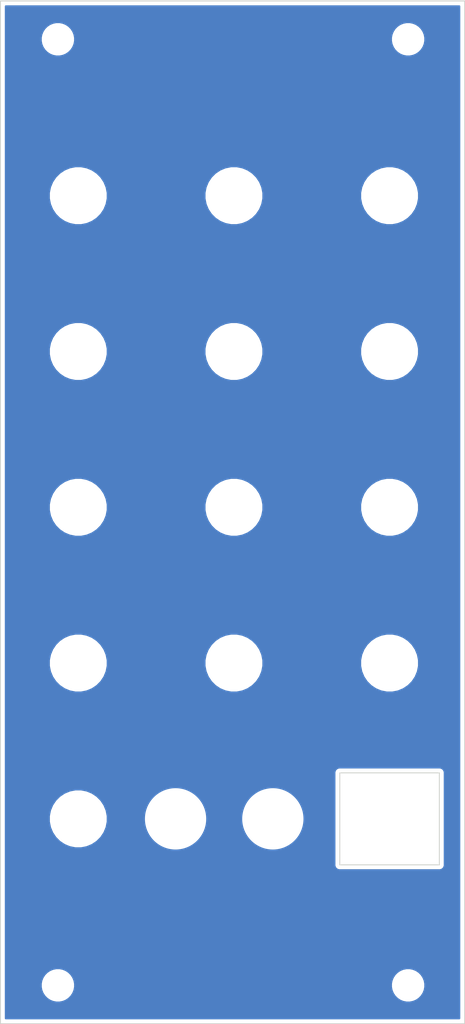
<source format=kicad_pcb>
(kicad_pcb (version 20171130) (host pcbnew "(5.1.4)-1")

  (general
    (thickness 1.6)
    (drawings 20)
    (tracks 0)
    (zones 0)
    (modules 18)
    (nets 1)
  )

  (page A4)
  (title_block
    (title kontakt)
    (date 2020-05-10)
    (rev R01)
    (comment 1 "midi to cv interface")
    (comment 2 "PCB for panel")
    (comment 4 "License CC BY 4.0 - Attribution 4.0 International")
  )

  (layers
    (0 F.Cu signal)
    (31 B.Cu signal)
    (32 B.Adhes user)
    (33 F.Adhes user)
    (34 B.Paste user)
    (35 F.Paste user)
    (36 B.SilkS user)
    (37 F.SilkS user)
    (38 B.Mask user)
    (39 F.Mask user)
    (40 Dwgs.User user)
    (41 Cmts.User user)
    (42 Eco1.User user)
    (43 Eco2.User user)
    (44 Edge.Cuts user)
    (45 Margin user)
    (46 B.CrtYd user)
    (47 F.CrtYd user)
    (48 B.Fab user)
    (49 F.Fab user)
  )

  (setup
    (last_trace_width 0.25)
    (trace_clearance 0.2)
    (zone_clearance 0.508)
    (zone_45_only no)
    (trace_min 0.2)
    (via_size 0.8)
    (via_drill 0.4)
    (via_min_size 0.4)
    (via_min_drill 0.3)
    (uvia_size 0.3)
    (uvia_drill 0.1)
    (uvias_allowed no)
    (uvia_min_size 0.2)
    (uvia_min_drill 0.1)
    (edge_width 0.05)
    (segment_width 0.2)
    (pcb_text_width 0.3)
    (pcb_text_size 1.5 1.5)
    (mod_edge_width 0.12)
    (mod_text_size 1 1)
    (mod_text_width 0.15)
    (pad_size 3.2 3.2)
    (pad_drill 3.2)
    (pad_to_mask_clearance 0.051)
    (solder_mask_min_width 0.25)
    (aux_axis_origin 0 0)
    (visible_elements 7FFFFFFF)
    (pcbplotparams
      (layerselection 0x010fc_ffffffff)
      (usegerberextensions false)
      (usegerberattributes false)
      (usegerberadvancedattributes false)
      (creategerberjobfile false)
      (excludeedgelayer false)
      (linewidth 0.150000)
      (plotframeref false)
      (viasonmask false)
      (mode 1)
      (useauxorigin false)
      (hpglpennumber 1)
      (hpglpenspeed 20)
      (hpglpendiameter 15.000000)
      (psnegative false)
      (psa4output false)
      (plotreference true)
      (plotvalue true)
      (plotinvisibletext false)
      (padsonsilk false)
      (subtractmaskfromsilk false)
      (outputformat 1)
      (mirror false)
      (drillshape 0)
      (scaleselection 1)
      (outputdirectory "./gerbers"))
  )

  (net 0 "")

  (net_class Default "This is the default net class."
    (clearance 0.2)
    (trace_width 0.25)
    (via_dia 0.8)
    (via_drill 0.4)
    (uvia_dia 0.3)
    (uvia_drill 0.1)
  )

  (module elektrophon:usb (layer F.Cu) (tedit 5EB57AE1) (tstamp 5EB5CF4B)
    (at 60.96 132.08 270)
    (fp_text reference G*** (at 0 0 90) (layer F.SilkS) hide
      (effects (font (size 1.524 1.524) (thickness 0.3)))
    )
    (fp_text value LOGO (at 0.75 0 90) (layer F.SilkS) hide
      (effects (font (size 1.524 1.524) (thickness 0.3)))
    )
    (fp_poly (pts (xy 0.007816 -3.928376) (xy 0.023218 -3.904902) (xy 0.044455 -3.870181) (xy 0.068854 -3.828521)
      (xy 0.132035 -3.718629) (xy 0.201425 -3.598066) (xy 0.274184 -3.471762) (xy 0.347468 -3.344648)
      (xy 0.418435 -3.221654) (xy 0.484243 -3.107709) (xy 0.536106 -3.018017) (xy 0.572183 -2.955291)
      (xy 0.604442 -2.898477) (xy 0.631439 -2.850179) (xy 0.651728 -2.813001) (xy 0.663866 -2.789548)
      (xy 0.66675 -2.782538) (xy 0.656635 -2.779399) (xy 0.628162 -2.776727) (xy 0.584134 -2.774655)
      (xy 0.527359 -2.773313) (xy 0.460639 -2.772834) (xy 0.254 -2.772834) (xy 0.254 -1.344084)
      (xy 0.254032 -1.172014) (xy 0.254129 -1.005867) (xy 0.254284 -0.846863) (xy 0.254496 -0.696221)
      (xy 0.254759 -0.555161) (xy 0.25507 -0.424902) (xy 0.255424 -0.306663) (xy 0.255819 -0.201665)
      (xy 0.256251 -0.111126) (xy 0.256714 -0.036266) (xy 0.257206 0.021696) (xy 0.257723 0.06154)
      (xy 0.25826 0.082046) (xy 0.258535 0.084666) (xy 0.268938 0.0783) (xy 0.277056 0.0711)
      (xy 0.287583 0.061053) (xy 0.311761 0.038068) (xy 0.347881 0.00377) (xy 0.39423 -0.04022)
      (xy 0.449099 -0.092276) (xy 0.510776 -0.150776) (xy 0.577551 -0.214095) (xy 0.60325 -0.23846)
      (xy 0.685238 -0.316232) (xy 0.753296 -0.380952) (xy 0.808875 -0.434107) (xy 0.853427 -0.477186)
      (xy 0.888405 -0.511675) (xy 0.915261 -0.539062) (xy 0.935448 -0.560834) (xy 0.950417 -0.578478)
      (xy 0.961621 -0.593482) (xy 0.970512 -0.607333) (xy 0.978543 -0.621518) (xy 0.980115 -0.624417)
      (xy 0.985862 -0.636632) (xy 0.990454 -0.651317) (xy 0.994053 -0.670955) (xy 0.99682 -0.698029)
      (xy 0.998918 -0.735021) (xy 1.000506 -0.784413) (xy 1.001747 -0.848689) (xy 1.002802 -0.93033)
      (xy 1.003342 -0.981605) (xy 1.00656 -1.30175) (xy 0.73025 -1.30175) (xy 0.73025 -2.370667)
      (xy 1.788583 -2.370667) (xy 1.788583 -1.30175) (xy 1.502833 -1.30175) (xy 1.502833 -0.97566)
      (xy 1.502708 -0.881363) (xy 1.50224 -0.80543) (xy 1.501285 -0.745059) (xy 1.499699 -0.697449)
      (xy 1.49734 -0.659799) (xy 1.494066 -0.629306) (xy 1.489731 -0.603169) (xy 1.484195 -0.578587)
      (xy 1.482155 -0.570624) (xy 1.441322 -0.449614) (xy 1.384936 -0.335633) (xy 1.315463 -0.233038)
      (xy 1.249829 -0.159849) (xy 1.230874 -0.141599) (xy 1.198155 -0.110328) (xy 1.15328 -0.067563)
      (xy 1.097857 -0.014835) (xy 1.033496 0.04633) (xy 0.961804 0.1144) (xy 0.88439 0.18785)
      (xy 0.802862 0.265148) (xy 0.743006 0.321865) (xy 0.648188 0.41204) (xy 0.561949 0.49476)
      (xy 0.485262 0.569063) (xy 0.419098 0.633986) (xy 0.364432 0.688565) (xy 0.322234 0.731837)
      (xy 0.293477 0.762839) (xy 0.279135 0.780609) (xy 0.278202 0.78224) (xy 0.274587 0.790618)
      (xy 0.27145 0.801225) (xy 0.268749 0.815562) (xy 0.266443 0.83513) (xy 0.264494 0.861429)
      (xy 0.262859 0.895961) (xy 0.261499 0.940224) (xy 0.260373 0.99572) (xy 0.25944 1.06395)
      (xy 0.258661 1.146414) (xy 0.257994 1.244612) (xy 0.257399 1.360045) (xy 0.256837 1.494214)
      (xy 0.256486 1.5875) (xy 0.25368 2.354791) (xy 0.335861 2.391643) (xy 0.448772 2.453622)
      (xy 0.549492 2.532111) (xy 0.636557 2.625369) (xy 0.708503 2.731658) (xy 0.763866 2.849239)
      (xy 0.79045 2.931583) (xy 0.80301 2.998848) (xy 0.809297 3.078352) (xy 0.809421 3.162768)
      (xy 0.80349 3.244767) (xy 0.79161 3.317023) (xy 0.784375 3.344333) (xy 0.735148 3.473401)
      (xy 0.671646 3.586959) (xy 0.59348 3.685469) (xy 0.500266 3.769392) (xy 0.391616 3.839191)
      (xy 0.354185 3.858301) (xy 0.231612 3.906837) (xy 0.107271 3.935456) (xy -0.016911 3.943872)
      (xy -0.139006 3.931802) (xy -0.141085 3.931412) (xy -0.266925 3.89718) (xy -0.383972 3.844624)
      (xy -0.490557 3.775349) (xy -0.585014 3.690962) (xy -0.665676 3.59307) (xy -0.730874 3.483278)
      (xy -0.778943 3.363194) (xy -0.795857 3.300564) (xy -0.80402 3.246934) (xy -0.808119 3.180276)
      (xy -0.808288 3.10763) (xy -0.804661 3.036039) (xy -0.797375 2.972543) (xy -0.788798 2.931583)
      (xy -0.743114 2.804871) (xy -0.681069 2.690076) (xy -0.603723 2.588493) (xy -0.512136 2.501418)
      (xy -0.407366 2.430145) (xy -0.357343 2.404115) (xy -0.253642 2.354791) (xy -0.259292 1.878541)
      (xy -0.290475 1.82225) (xy -0.314739 1.784661) (xy -0.343037 1.749491) (xy -0.359267 1.733287)
      (xy -0.377581 1.716744) (xy -0.408514 1.688097) (xy -0.449382 1.649861) (xy -0.497499 1.604555)
      (xy -0.55018 1.554695) (xy -0.582084 1.524383) (xy -0.637187 1.472012) (xy -0.703963 1.408651)
      (xy -0.778684 1.337829) (xy -0.857622 1.263076) (xy -0.93705 1.187925) (xy -1.013241 1.115904)
      (xy -1.039386 1.09121) (xy -1.111232 1.022727) (xy -1.177041 0.958752) (xy -1.235037 0.901085)
      (xy -1.28344 0.85153) (xy -1.320475 0.811889) (xy -1.344363 0.783964) (xy -1.349918 0.776359)
      (xy -1.398348 0.693032) (xy -1.44228 0.597713) (xy -1.477577 0.499575) (xy -1.483007 0.481225)
      (xy -1.488249 0.462251) (xy -1.492684 0.443898) (xy -1.496394 0.424249) (xy -1.499458 0.401386)
      (xy -1.50196 0.373393) (xy -1.503981 0.338352) (xy -1.505601 0.294345) (xy -1.506902 0.239455)
      (xy -1.507966 0.171765) (xy -1.508874 0.089358) (xy -1.509707 -0.009685) (xy -1.510548 -0.127279)
      (xy -1.510871 -0.174983) (xy -1.514717 -0.74684) (xy -1.561444 -0.776402) (xy -1.622329 -0.825145)
      (xy -1.678759 -0.889384) (xy -1.726838 -0.963455) (xy -1.762674 -1.041694) (xy -1.777098 -1.090084)
      (xy -1.785879 -1.151967) (xy -1.787629 -1.223534) (xy -1.782521 -1.294563) (xy -1.772797 -1.34733)
      (xy -1.743201 -1.432376) (xy -1.699977 -1.507611) (xy -1.639653 -1.57892) (xy -1.630993 -1.587598)
      (xy -1.555342 -1.651646) (xy -1.474608 -1.697891) (xy -1.382925 -1.729685) (xy -1.381548 -1.73004)
      (xy -1.282509 -1.745015) (xy -1.184073 -1.740127) (xy -1.088786 -1.716589) (xy -0.999192 -1.675615)
      (xy -0.917836 -1.618421) (xy -0.847265 -1.546219) (xy -0.790021 -1.460223) (xy -0.781557 -1.443834)
      (xy -0.759953 -1.398229) (xy -0.746416 -1.36211) (xy -0.738633 -1.326629) (xy -0.734291 -1.282942)
      (xy -0.732796 -1.257348) (xy -0.732604 -1.167211) (xy -0.743145 -1.088942) (xy -0.765659 -1.015487)
      (xy -0.781835 -0.978271) (xy -0.814334 -0.922788) (xy -0.858052 -0.866163) (xy -0.907112 -0.81512)
      (xy -0.955634 -0.776384) (xy -0.961627 -0.772584) (xy -1.004848 -0.746125) (xy -1.005133 -0.198835)
      (xy -1.005171 -0.077011) (xy -1.005104 0.025543) (xy -1.004862 0.110723) (xy -1.004376 0.180426)
      (xy -1.003576 0.236549) (xy -1.002393 0.280988) (xy -1.000759 0.315639) (xy -0.998603 0.342399)
      (xy -0.995858 0.363165) (xy -0.992452 0.379833) (xy -0.988319 0.3943) (xy -0.983387 0.408462)
      (xy -0.982931 0.409707) (xy -0.976305 0.427226) (xy -0.969305 0.442984) (xy -0.960357 0.45868)
      (xy -0.94789 0.476011) (xy -0.930331 0.496674) (xy -0.906108 0.522367) (xy -0.873649 0.554789)
      (xy -0.831381 0.595636) (xy -0.777733 0.646606) (xy -0.711133 0.709397) (xy -0.666465 0.751416)
      (xy -0.60851 0.806065) (xy -0.547179 0.86414) (xy -0.487271 0.921083) (xy -0.433582 0.972335)
      (xy -0.393631 1.010708) (xy -0.353281 1.049247) (xy -0.317435 1.082737) (xy -0.289263 1.108275)
      (xy -0.271932 1.122953) (xy -0.268983 1.125005) (xy -0.267128 1.123871) (xy -0.265429 1.117718)
      (xy -0.263879 1.105695) (xy -0.262471 1.086953) (xy -0.2612 1.060641) (xy -0.260058 1.02591)
      (xy -0.259039 0.981909) (xy -0.258137 0.927789) (xy -0.257344 0.8627) (xy -0.256654 0.785791)
      (xy -0.256062 0.696213) (xy -0.255559 0.593116) (xy -0.25514 0.475649) (xy -0.254799 0.342964)
      (xy -0.254527 0.194209) (xy -0.25432 0.028535) (xy -0.25417 -0.154908) (xy -0.254072 -0.35697)
      (xy -0.254017 -0.578501) (xy -0.254 -0.819683) (xy -0.254 -2.772834) (xy -0.460375 -2.772834)
      (xy -0.537073 -2.773366) (xy -0.597168 -2.77492) (xy -0.639411 -2.777431) (xy -0.662547 -2.780834)
      (xy -0.66675 -2.783427) (xy -0.661627 -2.794959) (xy -0.647144 -2.822377) (xy -0.624629 -2.863301)
      (xy -0.595411 -2.915347) (xy -0.56082 -2.976135) (xy -0.522183 -3.04328) (xy -0.511782 -3.06124)
      (xy -0.462713 -3.145852) (xy -0.408498 -3.239339) (xy -0.352537 -3.33584) (xy -0.298229 -3.429491)
      (xy -0.248975 -3.514428) (xy -0.221799 -3.561292) (xy -0.183134 -3.628069) (xy -0.146387 -3.691723)
      (xy -0.113407 -3.749032) (xy -0.086047 -3.796775) (xy -0.066157 -3.831731) (xy -0.057574 -3.847042)
      (xy -0.033707 -3.88974) (xy -0.017664 -3.916837) (xy -0.007419 -3.931466) (xy -0.00095 -3.936763)
      (xy 0.000518 -3.937) (xy 0.007816 -3.928376)) (layer B.Mask) (width 0.01))
    (fp_poly (pts (xy 0.007816 -3.928376) (xy 0.023218 -3.904902) (xy 0.044455 -3.870181) (xy 0.068854 -3.828521)
      (xy 0.132035 -3.718629) (xy 0.201425 -3.598066) (xy 0.274184 -3.471762) (xy 0.347468 -3.344648)
      (xy 0.418435 -3.221654) (xy 0.484243 -3.107709) (xy 0.536106 -3.018017) (xy 0.572183 -2.955291)
      (xy 0.604442 -2.898477) (xy 0.631439 -2.850179) (xy 0.651728 -2.813001) (xy 0.663866 -2.789548)
      (xy 0.66675 -2.782538) (xy 0.656635 -2.779399) (xy 0.628162 -2.776727) (xy 0.584134 -2.774655)
      (xy 0.527359 -2.773313) (xy 0.460639 -2.772834) (xy 0.254 -2.772834) (xy 0.254 -1.344084)
      (xy 0.254032 -1.172014) (xy 0.254129 -1.005867) (xy 0.254284 -0.846863) (xy 0.254496 -0.696221)
      (xy 0.254759 -0.555161) (xy 0.25507 -0.424902) (xy 0.255424 -0.306663) (xy 0.255819 -0.201665)
      (xy 0.256251 -0.111126) (xy 0.256714 -0.036266) (xy 0.257206 0.021696) (xy 0.257723 0.06154)
      (xy 0.25826 0.082046) (xy 0.258535 0.084666) (xy 0.268938 0.0783) (xy 0.277056 0.0711)
      (xy 0.287583 0.061053) (xy 0.311761 0.038068) (xy 0.347881 0.00377) (xy 0.39423 -0.04022)
      (xy 0.449099 -0.092276) (xy 0.510776 -0.150776) (xy 0.577551 -0.214095) (xy 0.60325 -0.23846)
      (xy 0.685238 -0.316232) (xy 0.753296 -0.380952) (xy 0.808875 -0.434107) (xy 0.853427 -0.477186)
      (xy 0.888405 -0.511675) (xy 0.915261 -0.539062) (xy 0.935448 -0.560834) (xy 0.950417 -0.578478)
      (xy 0.961621 -0.593482) (xy 0.970512 -0.607333) (xy 0.978543 -0.621518) (xy 0.980115 -0.624417)
      (xy 0.985862 -0.636632) (xy 0.990454 -0.651317) (xy 0.994053 -0.670955) (xy 0.99682 -0.698029)
      (xy 0.998918 -0.735021) (xy 1.000506 -0.784413) (xy 1.001747 -0.848689) (xy 1.002802 -0.93033)
      (xy 1.003342 -0.981605) (xy 1.00656 -1.30175) (xy 0.73025 -1.30175) (xy 0.73025 -2.370667)
      (xy 1.788583 -2.370667) (xy 1.788583 -1.30175) (xy 1.502833 -1.30175) (xy 1.502833 -0.97566)
      (xy 1.502708 -0.881363) (xy 1.50224 -0.80543) (xy 1.501285 -0.745059) (xy 1.499699 -0.697449)
      (xy 1.49734 -0.659799) (xy 1.494066 -0.629306) (xy 1.489731 -0.603169) (xy 1.484195 -0.578587)
      (xy 1.482155 -0.570624) (xy 1.441322 -0.449614) (xy 1.384936 -0.335633) (xy 1.315463 -0.233038)
      (xy 1.249829 -0.159849) (xy 1.230874 -0.141599) (xy 1.198155 -0.110328) (xy 1.15328 -0.067563)
      (xy 1.097857 -0.014835) (xy 1.033496 0.04633) (xy 0.961804 0.1144) (xy 0.88439 0.18785)
      (xy 0.802862 0.265148) (xy 0.743006 0.321865) (xy 0.648188 0.41204) (xy 0.561949 0.49476)
      (xy 0.485262 0.569063) (xy 0.419098 0.633986) (xy 0.364432 0.688565) (xy 0.322234 0.731837)
      (xy 0.293477 0.762839) (xy 0.279135 0.780609) (xy 0.278202 0.78224) (xy 0.274587 0.790618)
      (xy 0.27145 0.801225) (xy 0.268749 0.815562) (xy 0.266443 0.83513) (xy 0.264494 0.861429)
      (xy 0.262859 0.895961) (xy 0.261499 0.940224) (xy 0.260373 0.99572) (xy 0.25944 1.06395)
      (xy 0.258661 1.146414) (xy 0.257994 1.244612) (xy 0.257399 1.360045) (xy 0.256837 1.494214)
      (xy 0.256486 1.5875) (xy 0.25368 2.354791) (xy 0.335861 2.391643) (xy 0.448772 2.453622)
      (xy 0.549492 2.532111) (xy 0.636557 2.625369) (xy 0.708503 2.731658) (xy 0.763866 2.849239)
      (xy 0.79045 2.931583) (xy 0.80301 2.998848) (xy 0.809297 3.078352) (xy 0.809421 3.162768)
      (xy 0.80349 3.244767) (xy 0.79161 3.317023) (xy 0.784375 3.344333) (xy 0.735148 3.473401)
      (xy 0.671646 3.586959) (xy 0.59348 3.685469) (xy 0.500266 3.769392) (xy 0.391616 3.839191)
      (xy 0.354185 3.858301) (xy 0.231612 3.906837) (xy 0.107271 3.935456) (xy -0.016911 3.943872)
      (xy -0.139006 3.931802) (xy -0.141085 3.931412) (xy -0.266925 3.89718) (xy -0.383972 3.844624)
      (xy -0.490557 3.775349) (xy -0.585014 3.690962) (xy -0.665676 3.59307) (xy -0.730874 3.483278)
      (xy -0.778943 3.363194) (xy -0.795857 3.300564) (xy -0.80402 3.246934) (xy -0.808119 3.180276)
      (xy -0.808288 3.10763) (xy -0.804661 3.036039) (xy -0.797375 2.972543) (xy -0.788798 2.931583)
      (xy -0.743114 2.804871) (xy -0.681069 2.690076) (xy -0.603723 2.588493) (xy -0.512136 2.501418)
      (xy -0.407366 2.430145) (xy -0.357343 2.404115) (xy -0.253642 2.354791) (xy -0.259292 1.878541)
      (xy -0.290475 1.82225) (xy -0.314739 1.784661) (xy -0.343037 1.749491) (xy -0.359267 1.733287)
      (xy -0.377581 1.716744) (xy -0.408514 1.688097) (xy -0.449382 1.649861) (xy -0.497499 1.604555)
      (xy -0.55018 1.554695) (xy -0.582084 1.524383) (xy -0.637187 1.472012) (xy -0.703963 1.408651)
      (xy -0.778684 1.337829) (xy -0.857622 1.263076) (xy -0.93705 1.187925) (xy -1.013241 1.115904)
      (xy -1.039386 1.09121) (xy -1.111232 1.022727) (xy -1.177041 0.958752) (xy -1.235037 0.901085)
      (xy -1.28344 0.85153) (xy -1.320475 0.811889) (xy -1.344363 0.783964) (xy -1.349918 0.776359)
      (xy -1.398348 0.693032) (xy -1.44228 0.597713) (xy -1.477577 0.499575) (xy -1.483007 0.481225)
      (xy -1.488249 0.462251) (xy -1.492684 0.443898) (xy -1.496394 0.424249) (xy -1.499458 0.401386)
      (xy -1.50196 0.373393) (xy -1.503981 0.338352) (xy -1.505601 0.294345) (xy -1.506902 0.239455)
      (xy -1.507966 0.171765) (xy -1.508874 0.089358) (xy -1.509707 -0.009685) (xy -1.510548 -0.127279)
      (xy -1.510871 -0.174983) (xy -1.514717 -0.74684) (xy -1.561444 -0.776402) (xy -1.622329 -0.825145)
      (xy -1.678759 -0.889384) (xy -1.726838 -0.963455) (xy -1.762674 -1.041694) (xy -1.777098 -1.090084)
      (xy -1.785879 -1.151967) (xy -1.787629 -1.223534) (xy -1.782521 -1.294563) (xy -1.772797 -1.34733)
      (xy -1.743201 -1.432376) (xy -1.699977 -1.507611) (xy -1.639653 -1.57892) (xy -1.630993 -1.587598)
      (xy -1.555342 -1.651646) (xy -1.474608 -1.697891) (xy -1.382925 -1.729685) (xy -1.381548 -1.73004)
      (xy -1.282509 -1.745015) (xy -1.184073 -1.740127) (xy -1.088786 -1.716589) (xy -0.999192 -1.675615)
      (xy -0.917836 -1.618421) (xy -0.847265 -1.546219) (xy -0.790021 -1.460223) (xy -0.781557 -1.443834)
      (xy -0.759953 -1.398229) (xy -0.746416 -1.36211) (xy -0.738633 -1.326629) (xy -0.734291 -1.282942)
      (xy -0.732796 -1.257348) (xy -0.732604 -1.167211) (xy -0.743145 -1.088942) (xy -0.765659 -1.015487)
      (xy -0.781835 -0.978271) (xy -0.814334 -0.922788) (xy -0.858052 -0.866163) (xy -0.907112 -0.81512)
      (xy -0.955634 -0.776384) (xy -0.961627 -0.772584) (xy -1.004848 -0.746125) (xy -1.005133 -0.198835)
      (xy -1.005171 -0.077011) (xy -1.005104 0.025543) (xy -1.004862 0.110723) (xy -1.004376 0.180426)
      (xy -1.003576 0.236549) (xy -1.002393 0.280988) (xy -1.000759 0.315639) (xy -0.998603 0.342399)
      (xy -0.995858 0.363165) (xy -0.992452 0.379833) (xy -0.988319 0.3943) (xy -0.983387 0.408462)
      (xy -0.982931 0.409707) (xy -0.976305 0.427226) (xy -0.969305 0.442984) (xy -0.960357 0.45868)
      (xy -0.94789 0.476011) (xy -0.930331 0.496674) (xy -0.906108 0.522367) (xy -0.873649 0.554789)
      (xy -0.831381 0.595636) (xy -0.777733 0.646606) (xy -0.711133 0.709397) (xy -0.666465 0.751416)
      (xy -0.60851 0.806065) (xy -0.547179 0.86414) (xy -0.487271 0.921083) (xy -0.433582 0.972335)
      (xy -0.393631 1.010708) (xy -0.353281 1.049247) (xy -0.317435 1.082737) (xy -0.289263 1.108275)
      (xy -0.271932 1.122953) (xy -0.268983 1.125005) (xy -0.267128 1.123871) (xy -0.265429 1.117718)
      (xy -0.263879 1.105695) (xy -0.262471 1.086953) (xy -0.2612 1.060641) (xy -0.260058 1.02591)
      (xy -0.259039 0.981909) (xy -0.258137 0.927789) (xy -0.257344 0.8627) (xy -0.256654 0.785791)
      (xy -0.256062 0.696213) (xy -0.255559 0.593116) (xy -0.25514 0.475649) (xy -0.254799 0.342964)
      (xy -0.254527 0.194209) (xy -0.25432 0.028535) (xy -0.25417 -0.154908) (xy -0.254072 -0.35697)
      (xy -0.254017 -0.578501) (xy -0.254 -0.819683) (xy -0.254 -2.772834) (xy -0.460375 -2.772834)
      (xy -0.537073 -2.773366) (xy -0.597168 -2.77492) (xy -0.639411 -2.777431) (xy -0.662547 -2.780834)
      (xy -0.66675 -2.783427) (xy -0.661627 -2.794959) (xy -0.647144 -2.822377) (xy -0.624629 -2.863301)
      (xy -0.595411 -2.915347) (xy -0.56082 -2.976135) (xy -0.522183 -3.04328) (xy -0.511782 -3.06124)
      (xy -0.462713 -3.145852) (xy -0.408498 -3.239339) (xy -0.352537 -3.33584) (xy -0.298229 -3.429491)
      (xy -0.248975 -3.514428) (xy -0.221799 -3.561292) (xy -0.183134 -3.628069) (xy -0.146387 -3.691723)
      (xy -0.113407 -3.749032) (xy -0.086047 -3.796775) (xy -0.066157 -3.831731) (xy -0.057574 -3.847042)
      (xy -0.033707 -3.88974) (xy -0.017664 -3.916837) (xy -0.007419 -3.931466) (xy -0.00095 -3.936763)
      (xy 0.000518 -3.937) (xy 0.007816 -3.928376)) (layer F.Mask) (width 0.01))
  )

  (module elektrophon:panel_jack (layer F.Cu) (tedit 5DA46DDA) (tstamp 5DAB4DA8)
    (at 35.56 132.08)
    (descr "Mounting Hole 8.4mm, no annular, M8")
    (tags "mounting hole 8.4mm no annular m8")
    (path /5DAB5561)
    (attr virtual)
    (fp_text reference H17 (at 0 -9.4) (layer F.SilkS) hide
      (effects (font (size 1 1) (thickness 0.15)))
    )
    (fp_text value clock (at 12.7 0) (layer F.Mask)
      (effects (font (size 2 1.4) (thickness 0.25)))
    )
    (fp_circle (center 0 0) (end 4.2 0) (layer F.CrtYd) (width 0.05))
    (fp_circle (center 0 0) (end 4 0) (layer Cmts.User) (width 0.15))
    (fp_text user %R (at 0.3 0) (layer F.Fab)
      (effects (font (size 1 1) (thickness 0.15)))
    )
    (pad "" np_thru_hole circle (at 0 0) (size 6.4 6.4) (drill 6.4) (layers *.Cu *.Mask))
    (model "${KIPRJMOD}/../../../lib/kicad/models/PJ301M-12 Thonkiconn v0.2.stp"
      (offset (xyz 0 0.8 -10.5))
      (scale (xyz 1 1 1))
      (rotate (xyz 0 0 0))
    )
  )

  (module elektrophon:panel_jack (layer F.Cu) (tedit 5DA46DDA) (tstamp 5DAB4D88)
    (at 76.2 111.76)
    (descr "Mounting Hole 8.4mm, no annular, M8")
    (tags "mounting hole 8.4mm no annular m8")
    (path /5DAB4DDC)
    (attr virtual)
    (fp_text reference H13 (at 0 -9.4) (layer F.SilkS) hide
      (effects (font (size 1 1) (thickness 0.15)))
    )
    (fp_text value "#12" (at 0 9.144) (layer F.Mask) hide
      (effects (font (size 2 1.4) (thickness 0.25)))
    )
    (fp_circle (center 0 0) (end 4.2 0) (layer F.CrtYd) (width 0.05))
    (fp_circle (center 0 0) (end 4 0) (layer Cmts.User) (width 0.15))
    (fp_text user %R (at 0.3 0) (layer F.Fab) hide
      (effects (font (size 1 1) (thickness 0.15)))
    )
    (pad "" np_thru_hole circle (at 0 0) (size 6.4 6.4) (drill 6.4) (layers *.Cu *.Mask))
    (model "${KIPRJMOD}/../../../lib/kicad/models/PJ301M-12 Thonkiconn v0.2.stp"
      (offset (xyz 0 0.8 -10.5))
      (scale (xyz 1 1 1))
      (rotate (xyz 0 0 0))
    )
  )

  (module elektrophon:panel_jack (layer F.Cu) (tedit 5DA46DDA) (tstamp 5DAB4D80)
    (at 55.88 111.76)
    (descr "Mounting Hole 8.4mm, no annular, M8")
    (tags "mounting hole 8.4mm no annular m8")
    (path /5DAB49BD)
    (attr virtual)
    (fp_text reference H12 (at 0 -9.4) (layer F.SilkS) hide
      (effects (font (size 1 1) (thickness 0.15)))
    )
    (fp_text value "#10" (at 0 9.144) (layer F.Mask) hide
      (effects (font (size 2 1.4) (thickness 0.25)))
    )
    (fp_circle (center 0 0) (end 4.2 0) (layer F.CrtYd) (width 0.05))
    (fp_circle (center 0 0) (end 4 0) (layer Cmts.User) (width 0.15))
    (fp_text user %R (at 0.3 0) (layer F.Fab) hide
      (effects (font (size 1 1) (thickness 0.15)))
    )
    (pad "" np_thru_hole circle (at 0 0) (size 6.4 6.4) (drill 6.4) (layers *.Cu *.Mask))
    (model "${KIPRJMOD}/../../../lib/kicad/models/PJ301M-12 Thonkiconn v0.2.stp"
      (offset (xyz 0 0.8 -10.5))
      (scale (xyz 1 1 1))
      (rotate (xyz 0 0 0))
    )
  )

  (module elektrophon:panel_jack (layer F.Cu) (tedit 5DA46DDA) (tstamp 5DAB4D78)
    (at 55.88 91.44)
    (descr "Mounting Hole 8.4mm, no annular, M8")
    (tags "mounting hole 8.4mm no annular m8")
    (path /5DAB4B5C)
    (attr virtual)
    (fp_text reference H11 (at 0 -9.4) (layer F.SilkS) hide
      (effects (font (size 1 1) (thickness 0.15)))
    )
    (fp_text value "#11" (at 0 9.144) (layer F.Mask) hide
      (effects (font (size 2 1.4) (thickness 0.25)))
    )
    (fp_circle (center 0 0) (end 4.2 0) (layer F.CrtYd) (width 0.05))
    (fp_circle (center 0 0) (end 4 0) (layer Cmts.User) (width 0.15))
    (fp_text user %R (at 0.3 0) (layer F.Fab) hide
      (effects (font (size 1 1) (thickness 0.15)))
    )
    (pad "" np_thru_hole circle (at 0 0) (size 6.4 6.4) (drill 6.4) (layers *.Cu *.Mask))
    (model "${KIPRJMOD}/../../../lib/kicad/models/PJ301M-12 Thonkiconn v0.2.stp"
      (offset (xyz 0 0.8 -10.5))
      (scale (xyz 1 1 1))
      (rotate (xyz 0 0 0))
    )
  )

  (module elektrophon:panel_jack (layer F.Cu) (tedit 5DA46DDA) (tstamp 5DAB4D70)
    (at 35.56 91.44)
    (descr "Mounting Hole 8.4mm, no annular, M8")
    (tags "mounting hole 8.4mm no annular m8")
    (path /5DAB488F)
    (attr virtual)
    (fp_text reference H10 (at 0 -9.4) (layer F.SilkS) hide
      (effects (font (size 1 1) (thickness 0.15)))
    )
    (fp_text value "#9" (at 0 9.144) (layer F.Mask) hide
      (effects (font (size 2 1.4) (thickness 0.25)))
    )
    (fp_circle (center 0 0) (end 4.2 0) (layer F.CrtYd) (width 0.05))
    (fp_circle (center 0 0) (end 4 0) (layer Cmts.User) (width 0.15))
    (fp_text user %R (at 0.3 0) (layer F.Fab) hide
      (effects (font (size 1 1) (thickness 0.15)))
    )
    (pad "" np_thru_hole circle (at 0 0) (size 6.4 6.4) (drill 6.4) (layers *.Cu *.Mask))
    (model "${KIPRJMOD}/../../../lib/kicad/models/PJ301M-12 Thonkiconn v0.2.stp"
      (offset (xyz 0 0.8 -10.5))
      (scale (xyz 1 1 1))
      (rotate (xyz 0 0 0))
    )
  )

  (module elektrophon:panel_jack (layer F.Cu) (tedit 5DA46DDA) (tstamp 5DAB4D68)
    (at 76.2 91.44)
    (descr "Mounting Hole 8.4mm, no annular, M8")
    (tags "mounting hole 8.4mm no annular m8")
    (path /5DAB4758)
    (attr virtual)
    (fp_text reference H9 (at 0 -9.4) (layer F.SilkS) hide
      (effects (font (size 1 1) (thickness 0.15)))
    )
    (fp_text value "#8" (at 0 9.144) (layer F.Mask) hide
      (effects (font (size 2 1.4) (thickness 0.25)))
    )
    (fp_circle (center 0 0) (end 4.2 0) (layer F.CrtYd) (width 0.05))
    (fp_circle (center 0 0) (end 4 0) (layer Cmts.User) (width 0.15))
    (fp_text user %R (at 0.3 0) (layer F.Fab) hide
      (effects (font (size 1 1) (thickness 0.15)))
    )
    (pad "" np_thru_hole circle (at 0 0) (size 6.4 6.4) (drill 6.4) (layers *.Cu *.Mask))
    (model "${KIPRJMOD}/../../../lib/kicad/models/PJ301M-12 Thonkiconn v0.2.stp"
      (offset (xyz 0 0.8 -10.5))
      (scale (xyz 1 1 1))
      (rotate (xyz 0 0 0))
    )
  )

  (module elektrophon:panel_jack (layer F.Cu) (tedit 5DA46DDA) (tstamp 5DAB4D60)
    (at 55.88 71.12)
    (descr "Mounting Hole 8.4mm, no annular, M8")
    (tags "mounting hole 8.4mm no annular m8")
    (path /5DAB45EC)
    (attr virtual)
    (fp_text reference H8 (at 0 -9.4) (layer F.SilkS) hide
      (effects (font (size 1 1) (thickness 0.15)))
    )
    (fp_text value "#7" (at 0 9.144) (layer F.Mask) hide
      (effects (font (size 2 1.4) (thickness 0.25)))
    )
    (fp_circle (center 0 0) (end 4.2 0) (layer F.CrtYd) (width 0.05))
    (fp_circle (center 0 0) (end 4 0) (layer Cmts.User) (width 0.15))
    (fp_text user %R (at 0.3 0) (layer F.Fab) hide
      (effects (font (size 1 1) (thickness 0.15)))
    )
    (pad "" np_thru_hole circle (at 0 0) (size 6.4 6.4) (drill 6.4) (layers *.Cu *.Mask))
    (model "${KIPRJMOD}/../../../lib/kicad/models/PJ301M-12 Thonkiconn v0.2.stp"
      (offset (xyz 0 0.8 -10.5))
      (scale (xyz 1 1 1))
      (rotate (xyz 0 0 0))
    )
  )

  (module elektrophon:panel_jack (layer F.Cu) (tedit 5DA46DDA) (tstamp 5DAB4D58)
    (at 35.56 111.76)
    (descr "Mounting Hole 8.4mm, no annular, M8")
    (tags "mounting hole 8.4mm no annular m8")
    (path /5DAB44E7)
    (attr virtual)
    (fp_text reference H7 (at 0 -9.4) (layer F.SilkS) hide
      (effects (font (size 1 1) (thickness 0.15)))
    )
    (fp_text value "#6" (at 0 9.144) (layer F.Mask) hide
      (effects (font (size 2 1.4) (thickness 0.25)))
    )
    (fp_circle (center 0 0) (end 4.2 0) (layer F.CrtYd) (width 0.05))
    (fp_circle (center 0 0) (end 4 0) (layer Cmts.User) (width 0.15))
    (fp_text user %R (at 0.3 0) (layer F.Fab) hide
      (effects (font (size 1 1) (thickness 0.15)))
    )
    (pad "" np_thru_hole circle (at 0 0) (size 6.4 6.4) (drill 6.4) (layers *.Cu *.Mask))
    (model "${KIPRJMOD}/../../../lib/kicad/models/PJ301M-12 Thonkiconn v0.2.stp"
      (offset (xyz 0 0.8 -10.5))
      (scale (xyz 1 1 1))
      (rotate (xyz 0 0 0))
    )
  )

  (module elektrophon:panel_jack (layer F.Cu) (tedit 5DA46DDA) (tstamp 5DAB4D48)
    (at 35.56 71.12)
    (descr "Mounting Hole 8.4mm, no annular, M8")
    (tags "mounting hole 8.4mm no annular m8")
    (path /5DAB4400)
    (attr virtual)
    (fp_text reference H5 (at 0 -9.4) (layer F.SilkS) hide
      (effects (font (size 1 1) (thickness 0.15)))
    )
    (fp_text value "#5" (at 0 9.144) (layer F.Mask) hide
      (effects (font (size 2 1.4) (thickness 0.25)))
    )
    (fp_circle (center 0 0) (end 4.2 0) (layer F.CrtYd) (width 0.05))
    (fp_circle (center 0 0) (end 4 0) (layer Cmts.User) (width 0.15))
    (fp_text user %R (at 0.3 0) (layer F.Fab) hide
      (effects (font (size 1 1) (thickness 0.15)))
    )
    (pad "" np_thru_hole circle (at 0 0) (size 6.4 6.4) (drill 6.4) (layers *.Cu *.Mask))
    (model "${KIPRJMOD}/../../../lib/kicad/models/PJ301M-12 Thonkiconn v0.2.stp"
      (offset (xyz 0 0.8 -10.5))
      (scale (xyz 1 1 1))
      (rotate (xyz 0 0 0))
    )
  )

  (module elektrophon:panel_jack (layer F.Cu) (tedit 5DA46DDA) (tstamp 5DAB4D40)
    (at 76.2 71.12)
    (descr "Mounting Hole 8.4mm, no annular, M8")
    (tags "mounting hole 8.4mm no annular m8")
    (path /5DAB41F1)
    (attr virtual)
    (fp_text reference H4 (at 0 -9.4) (layer F.SilkS) hide
      (effects (font (size 1 1) (thickness 0.15)))
    )
    (fp_text value "#4" (at 0 9.144) (layer F.Mask) hide
      (effects (font (size 2 1.4) (thickness 0.25)))
    )
    (fp_circle (center 0 0) (end 4.2 0) (layer F.CrtYd) (width 0.05))
    (fp_circle (center 0 0) (end 4 0) (layer Cmts.User) (width 0.15))
    (fp_text user %R (at 0.3 0) (layer F.Fab) hide
      (effects (font (size 1 1) (thickness 0.15)))
    )
    (pad "" np_thru_hole circle (at 0 0) (size 6.4 6.4) (drill 6.4) (layers *.Cu *.Mask))
    (model "${KIPRJMOD}/../../../lib/kicad/models/PJ301M-12 Thonkiconn v0.2.stp"
      (offset (xyz 0 0.8 -10.5))
      (scale (xyz 1 1 1))
      (rotate (xyz 0 0 0))
    )
  )

  (module elektrophon:panel_jack (layer F.Cu) (tedit 5DA46DDA) (tstamp 5DAB4D38)
    (at 76.2 50.8)
    (descr "Mounting Hole 8.4mm, no annular, M8")
    (tags "mounting hole 8.4mm no annular m8")
    (path /5DAB3FF9)
    (attr virtual)
    (fp_text reference H3 (at 0 -9.4) (layer F.SilkS) hide
      (effects (font (size 1 1) (thickness 0.15)))
    )
    (fp_text value "#3" (at 0 9.144) (layer F.Mask) hide
      (effects (font (size 2 1.4) (thickness 0.25)))
    )
    (fp_circle (center 0 0) (end 4.2 0) (layer F.CrtYd) (width 0.05))
    (fp_circle (center 0 0) (end 4 0) (layer Cmts.User) (width 0.15))
    (fp_text user %R (at 0.3 0) (layer F.Fab) hide
      (effects (font (size 1 1) (thickness 0.15)))
    )
    (pad "" np_thru_hole circle (at 0 0) (size 6.4 6.4) (drill 6.4) (layers *.Cu *.Mask))
    (model "${KIPRJMOD}/../../../lib/kicad/models/PJ301M-12 Thonkiconn v0.2.stp"
      (offset (xyz 0 0.8 -10.5))
      (scale (xyz 1 1 1))
      (rotate (xyz 0 0 0))
    )
  )

  (module elektrophon:panel_jack (layer F.Cu) (tedit 5DA46DDA) (tstamp 5DAB4D30)
    (at 55.88 50.8)
    (descr "Mounting Hole 8.4mm, no annular, M8")
    (tags "mounting hole 8.4mm no annular m8")
    (path /5DAB3E93)
    (attr virtual)
    (fp_text reference H2 (at 0 -9.4) (layer F.SilkS) hide
      (effects (font (size 1 1) (thickness 0.15)))
    )
    (fp_text value "#2" (at 0 9.144) (layer F.Mask) hide
      (effects (font (size 2 1.4) (thickness 0.25)))
    )
    (fp_circle (center 0 0) (end 4.2 0) (layer F.CrtYd) (width 0.05))
    (fp_circle (center 0 0) (end 4 0) (layer Cmts.User) (width 0.15))
    (fp_text user %R (at 0.3 0) (layer F.Fab) hide
      (effects (font (size 1 1) (thickness 0.15)))
    )
    (pad "" np_thru_hole circle (at 0 0) (size 6.4 6.4) (drill 6.4) (layers *.Cu *.Mask))
    (model "${KIPRJMOD}/../../../lib/kicad/models/PJ301M-12 Thonkiconn v0.2.stp"
      (offset (xyz 0 0.8 -10.5))
      (scale (xyz 1 1 1))
      (rotate (xyz 0 0 0))
    )
  )

  (module elektrophon:panel_jack (layer F.Cu) (tedit 5DA46DDA) (tstamp 5DAB4D28)
    (at 35.56 50.8)
    (descr "Mounting Hole 8.4mm, no annular, M8")
    (tags "mounting hole 8.4mm no annular m8")
    (path /5D6AF58E)
    (attr virtual)
    (fp_text reference H1 (at 0 -9.4) (layer F.SilkS) hide
      (effects (font (size 1 1) (thickness 0.15)))
    )
    (fp_text value "#1" (at 0 9.144) (layer F.Mask) hide
      (effects (font (size 2 1.4) (thickness 0.25)))
    )
    (fp_circle (center 0 0) (end 4.2 0) (layer F.CrtYd) (width 0.05))
    (fp_circle (center 0 0) (end 4 0) (layer Cmts.User) (width 0.15))
    (fp_text user %R (at 0.3 0) (layer F.Fab) hide
      (effects (font (size 1 1) (thickness 0.15)))
    )
    (pad "" np_thru_hole circle (at 0 0) (size 6.4 6.4) (drill 6.4) (layers *.Cu *.Mask))
    (model "${KIPRJMOD}/../../../lib/kicad/models/PJ301M-12 Thonkiconn v0.2.stp"
      (offset (xyz 0 0.8 -10.5))
      (scale (xyz 1 1 1))
      (rotate (xyz 0 0 0))
    )
  )

  (module MountingHole:MountingHole_3.2mm_M3 (layer F.Cu) (tedit 56D1B4CB) (tstamp 5D6C7189)
    (at 78.62 153.8)
    (descr "Mounting Hole 3.2mm, no annular, M3")
    (tags "mounting hole 3.2mm no annular m3")
    (path /5D6C254B)
    (attr virtual)
    (fp_text reference H22 (at 0 -4.2) (layer F.SilkS) hide
      (effects (font (size 1 1) (thickness 0.15)))
    )
    (fp_text value MountingHole (at 0 4.2) (layer F.Fab) hide
      (effects (font (size 1 1) (thickness 0.15)))
    )
    (fp_circle (center 0 0) (end 3.45 0) (layer F.CrtYd) (width 0.05))
    (fp_circle (center 0 0) (end 3.2 0) (layer Cmts.User) (width 0.15))
    (fp_text user %R (at 0.3 0) (layer F.Fab)
      (effects (font (size 1 1) (thickness 0.15)))
    )
    (pad 1 np_thru_hole circle (at 0 0) (size 3.2 3.2) (drill 3.2) (layers *.Cu *.Mask))
  )

  (module MountingHole:MountingHole_3.2mm_M3 (layer F.Cu) (tedit 56D1B4CB) (tstamp 5D6C7181)
    (at 78.62 30.4)
    (descr "Mounting Hole 3.2mm, no annular, M3")
    (tags "mounting hole 3.2mm no annular m3")
    (path /5D6C22FB)
    (attr smd)
    (fp_text reference H21 (at 0 -4.2) (layer F.SilkS) hide
      (effects (font (size 1 1) (thickness 0.15)))
    )
    (fp_text value MountingHole (at 0 4.2) (layer F.Fab) hide
      (effects (font (size 1 1) (thickness 0.15)))
    )
    (fp_circle (center 0 0) (end 3.45 0) (layer F.CrtYd) (width 0.05))
    (fp_circle (center 0 0) (end 3.2 0) (layer Cmts.User) (width 0.15))
    (fp_text user %R (at 0.3 0) (layer F.Fab)
      (effects (font (size 1 1) (thickness 0.15)))
    )
    (pad 1 np_thru_hole circle (at 0 0) (size 3.2 3.2) (drill 3.2) (layers *.Cu *.Mask))
  )

  (module MountingHole:MountingHole_3.2mm_M3 (layer F.Cu) (tedit 56D1B4CB) (tstamp 5D6C7179)
    (at 32.9 153.8)
    (descr "Mounting Hole 3.2mm, no annular, M3")
    (tags "mounting hole 3.2mm no annular m3")
    (path /5D6C2167)
    (attr virtual)
    (fp_text reference H20 (at 0 -4.2) (layer F.SilkS) hide
      (effects (font (size 1 1) (thickness 0.15)))
    )
    (fp_text value MountingHole (at 0 4.2) (layer F.Fab) hide
      (effects (font (size 1 1) (thickness 0.15)))
    )
    (fp_circle (center 0 0) (end 3.45 0) (layer F.CrtYd) (width 0.05))
    (fp_circle (center 0 0) (end 3.2 0) (layer Cmts.User) (width 0.15))
    (fp_text user %R (at 0.3 0) (layer F.Fab)
      (effects (font (size 1 1) (thickness 0.15)))
    )
    (pad 1 np_thru_hole circle (at 0 0) (size 3.2 3.2) (drill 3.2) (layers *.Cu *.Mask))
  )

  (module MountingHole:MountingHole_3.2mm_M3 (layer F.Cu) (tedit 56D1B4CB) (tstamp 5D6C7171)
    (at 32.9 30.4)
    (descr "Mounting Hole 3.2mm, no annular, M3")
    (tags "mounting hole 3.2mm no annular m3")
    (path /5D6C1F77)
    (attr virtual)
    (fp_text reference H19 (at 0 -4.2) (layer F.SilkS) hide
      (effects (font (size 1 1) (thickness 0.15)))
    )
    (fp_text value MountingHole (at 0 4.2) (layer F.Fab) hide
      (effects (font (size 1 1) (thickness 0.15)))
    )
    (fp_circle (center 0 0) (end 3.45 0) (layer F.CrtYd) (width 0.05))
    (fp_circle (center 0 0) (end 3.2 0) (layer Cmts.User) (width 0.15))
    (fp_text user %R (at 0.3 0) (layer F.Fab)
      (effects (font (size 1 1) (thickness 0.15)))
    )
    (pad 1 np_thru_hole circle (at 0 0) (size 3.2 3.2) (drill 3.2) (layers *.Cu *.Mask))
  )

  (gr_line (start 76.2 111.76) (end 76.2 50.8) (layer F.Mask) (width 0.25))
  (gr_line (start 55.88 50.8) (end 55.88 111.76) (layer F.Mask) (width 0.25))
  (gr_line (start 35.56 111.76) (end 35.56 50.8) (layer F.Mask) (width 0.25))
  (gr_text gate (at 28.956 111.76 90) (layer F.Mask) (tstamp 5EB52EA3)
    (effects (font (size 2 1.4) (thickness 0.25)))
  )
  (gr_text "pitch bend" (at 28.956 91.44 90) (layer F.Mask) (tstamp 5EB52EA3)
    (effects (font (size 2 1.4) (thickness 0.25)))
  )
  (gr_text velocity (at 28.956 71.12 90) (layer F.Mask) (tstamp 5EB52EA3)
    (effects (font (size 2 1.4) (thickness 0.25)))
  )
  (gr_text pitch (at 28.956 50.8 90) (layer F.Mask) (tstamp 5EB52EA0)
    (effects (font (size 2 1.4) (thickness 0.25)))
  )
  (gr_text "#3" (at 76.2 40.64) (layer F.Mask) (tstamp 5EB52CD5)
    (effects (font (size 2 1.4) (thickness 0.25)))
  )
  (gr_text "#2" (at 55.88 40.64) (layer F.Mask) (tstamp 5EB52CD5)
    (effects (font (size 2 1.4) (thickness 0.25)))
  )
  (gr_text "#1" (at 35.56 40.64) (layer F.Mask)
    (effects (font (size 2 1.4) (thickness 0.25)))
  )
  (gr_line (start 69.7 138.08) (end 82.7 138.08) (layer Edge.Cuts) (width 0.12))
  (gr_line (start 82.7 126.08) (end 82.7 138.08) (layer Edge.Cuts) (width 0.12))
  (gr_line (start 69.7 126.08) (end 82.7 126.08) (layer Edge.Cuts) (width 0.12))
  (gr_line (start 69.7 126.08) (end 69.7 138.08) (layer Edge.Cuts) (width 0.12))
  (gr_text R01 (at 71.12 155.26) (layer F.Cu)
    (effects (font (size 2 1.4) (thickness 0.25)))
  )
  (gr_text kontakt (at 55.88 30.48) (layer F.Mask)
    (effects (font (size 3 3) (thickness 0.35)))
  )
  (gr_line (start 86 158.8) (end 25.4 158.8) (layer Edge.Cuts) (width 0.12))
  (gr_line (start 86 25.4) (end 86 158.8) (layer Edge.Cuts) (width 0.12))
  (gr_line (start 25.4 25.4) (end 25.4 158.8) (layer Edge.Cuts) (width 0.12))
  (gr_line (start 25.4 25.4) (end 86 25.4) (layer Edge.Cuts) (width 0.12))

  (zone (net 0) (net_name "") (layer B.Cu) (tstamp 0) (hatch edge 0.508)
    (connect_pads (clearance 0.508))
    (min_thickness 0.254)
    (fill yes (arc_segments 32) (thermal_gap 0.508) (thermal_bridge_width 0.508))
    (polygon
      (pts
        (xy 85.979 158.8262) (xy 25.4254 158.7754) (xy 25.4762 25.4) (xy 85.979 25.273)
      )
    )
    (filled_polygon
      (pts
        (xy 85.305001 158.105) (xy 26.095 158.105) (xy 26.095 153.579872) (xy 30.665 153.579872) (xy 30.665 154.020128)
        (xy 30.75089 154.451925) (xy 30.919369 154.858669) (xy 31.163962 155.224729) (xy 31.475271 155.536038) (xy 31.841331 155.780631)
        (xy 32.248075 155.94911) (xy 32.679872 156.035) (xy 33.120128 156.035) (xy 33.551925 155.94911) (xy 33.958669 155.780631)
        (xy 34.324729 155.536038) (xy 34.636038 155.224729) (xy 34.880631 154.858669) (xy 35.04911 154.451925) (xy 35.135 154.020128)
        (xy 35.135 153.579872) (xy 76.385 153.579872) (xy 76.385 154.020128) (xy 76.47089 154.451925) (xy 76.639369 154.858669)
        (xy 76.883962 155.224729) (xy 77.195271 155.536038) (xy 77.561331 155.780631) (xy 77.968075 155.94911) (xy 78.399872 156.035)
        (xy 78.840128 156.035) (xy 79.271925 155.94911) (xy 79.678669 155.780631) (xy 80.044729 155.536038) (xy 80.356038 155.224729)
        (xy 80.600631 154.858669) (xy 80.76911 154.451925) (xy 80.855 154.020128) (xy 80.855 153.579872) (xy 80.76911 153.148075)
        (xy 80.600631 152.741331) (xy 80.356038 152.375271) (xy 80.044729 152.063962) (xy 79.678669 151.819369) (xy 79.271925 151.65089)
        (xy 78.840128 151.565) (xy 78.399872 151.565) (xy 77.968075 151.65089) (xy 77.561331 151.819369) (xy 77.195271 152.063962)
        (xy 76.883962 152.375271) (xy 76.639369 152.741331) (xy 76.47089 153.148075) (xy 76.385 153.579872) (xy 35.135 153.579872)
        (xy 35.04911 153.148075) (xy 34.880631 152.741331) (xy 34.636038 152.375271) (xy 34.324729 152.063962) (xy 33.958669 151.819369)
        (xy 33.551925 151.65089) (xy 33.120128 151.565) (xy 32.679872 151.565) (xy 32.248075 151.65089) (xy 31.841331 151.819369)
        (xy 31.475271 152.063962) (xy 31.163962 152.375271) (xy 30.919369 152.741331) (xy 30.75089 153.148075) (xy 30.665 153.579872)
        (xy 26.095 153.579872) (xy 26.095 131.702285) (xy 31.725 131.702285) (xy 31.725 132.457715) (xy 31.872377 133.198628)
        (xy 32.161467 133.896554) (xy 32.581161 134.52467) (xy 33.11533 135.058839) (xy 33.743446 135.478533) (xy 34.441372 135.767623)
        (xy 35.182285 135.915) (xy 35.937715 135.915) (xy 36.678628 135.767623) (xy 37.376554 135.478533) (xy 38.00467 135.058839)
        (xy 38.538839 134.52467) (xy 38.958533 133.896554) (xy 39.247623 133.198628) (xy 39.395 132.457715) (xy 39.395 132.071113)
        (xy 44.133012 132.071113) (xy 44.134712 132.197113) (xy 44.134826 132.201048) (xy 44.140426 132.326848) (xy 44.140669 132.330871)
        (xy 44.150269 132.456571) (xy 44.150631 132.460504) (xy 44.164131 132.585804) (xy 44.164632 132.58985) (xy 44.182132 132.71455)
        (xy 44.182744 132.718465) (xy 44.204144 132.842665) (xy 44.204884 132.846588) (xy 44.230184 132.970088) (xy 44.231033 132.97393)
        (xy 44.260133 133.09653) (xy 44.261133 133.100462) (xy 44.294133 133.222062) (xy 44.295266 133.225986) (xy 44.332166 133.346486)
        (xy 44.333382 133.350247) (xy 44.373982 133.469447) (xy 44.375303 133.473137) (xy 44.419603 133.591137) (xy 44.421112 133.594967)
        (xy 44.469212 133.711467) (xy 44.470746 133.715028) (xy 44.522346 133.829928) (xy 44.524088 133.833645) (xy 44.579388 133.946845)
        (xy 44.581164 133.950341) (xy 44.639964 134.061841) (xy 44.641915 134.065403) (xy 44.704215 134.174903) (xy 44.706281 134.178402)
        (xy 44.772081 134.285902) (xy 44.774144 134.28916) (xy 44.843144 134.39456) (xy 44.845433 134.397938) (xy 44.917833 134.501138)
        (xy 44.920152 134.504335) (xy 44.995652 134.605135) (xy 44.998169 134.608385) (xy 45.076969 134.706785) (xy 45.079426 134.70976)
        (xy 45.161126 134.80566) (xy 45.163864 134.80877) (xy 45.248664 134.90197) (xy 45.251299 134.904778) (xy 45.338899 134.995378)
        (xy 45.341819 134.998302) (xy 45.432319 135.086002) (xy 45.43518 135.08869) (xy 45.52828 135.17349) (xy 45.531274 135.176132)
        (xy 45.627074 135.258032) (xy 45.630215 135.260631) (xy 45.728615 135.339431) (xy 45.731687 135.341815) (xy 45.832387 135.417515)
        (xy 45.835715 135.419933) (xy 45.938815 135.492333) (xy 45.942052 135.494533) (xy 46.047352 135.563733) (xy 46.050798 135.565919)
        (xy 46.158298 135.631719) (xy 46.161721 135.633741) (xy 46.271221 135.696141) (xy 46.274697 135.698051) (xy 46.385997 135.756951)
        (xy 46.389573 135.758772) (xy 46.502773 135.814172) (xy 46.506404 135.815878) (xy 46.621304 135.867678) (xy 46.624912 135.869238)
        (xy 46.741312 135.917438) (xy 46.745142 135.918952) (xy 46.863042 135.963352) (xy 46.866794 135.964698) (xy 46.986094 136.005398)
        (xy 46.989822 136.006606) (xy 47.110322 136.043606) (xy 47.114218 136.044734) (xy 47.235718 136.077834) (xy 47.23958 136.078821)
        (xy 47.36218 136.108121) (xy 47.366096 136.108992) (xy 47.489496 136.134392) (xy 47.493437 136.135139) (xy 47.617637 136.156639)
        (xy 47.621551 136.157254) (xy 47.746251 136.174854) (xy 47.750196 136.175348) (xy 47.875496 136.189048) (xy 47.879521 136.189423)
        (xy 48.005121 136.199123) (xy 48.009156 136.19937) (xy 48.135056 136.20507) (xy 48.138986 136.205187) (xy 48.264986 136.206987)
        (xy 48.291788 136.204517) (xy 48.296197 136.203172) (xy 48.302191 136.204784) (xy 48.327033 136.206436) (xy 48.452933 136.202436)
        (xy 48.45686 136.20225) (xy 48.58266 136.19435) (xy 48.586688 136.194033) (xy 48.712188 136.182133) (xy 48.716126 136.181697)
        (xy 48.841126 136.165897) (xy 48.845163 136.165321) (xy 48.969563 136.145521) (xy 48.973479 136.144835) (xy 49.097279 136.121135)
        (xy 49.101132 136.120335) (xy 49.224032 136.092835) (xy 49.228025 136.091874) (xy 49.350125 136.060374) (xy 49.353902 136.059337)
        (xy 49.474802 136.024137) (xy 49.478613 136.022962) (xy 49.598413 135.983962) (xy 49.60221 135.982659) (xy 49.72081 135.939859)
        (xy 49.724658 135.9384) (xy 49.841758 135.8918) (xy 49.845302 135.890327) (xy 49.960902 135.840227) (xy 49.964641 135.838534)
        (xy 50.078541 135.784734) (xy 50.082142 135.782963) (xy 50.194342 135.725563) (xy 50.197808 135.723722) (xy 50.308108 135.662922)
        (xy 50.311592 135.660929) (xy 50.419992 135.596629) (xy 50.423422 135.59452) (xy 50.529722 135.52682) (xy 50.533059 135.52462)
        (xy 50.637159 135.45362) (xy 50.640471 135.451283) (xy 50.742271 135.376983) (xy 50.745426 135.374604) (xy 50.844826 135.297204)
        (xy 50.847905 135.294729) (xy 50.944905 135.214229) (xy 50.947993 135.211582) (xy 51.042293 135.128082) (xy 51.045245 135.125384)
        (xy 51.136945 135.038884) (xy 51.139754 135.036151) (xy 51.228654 134.946951) (xy 51.231524 134.943976) (xy 51.317524 134.851876)
        (xy 51.320159 134.848966) (xy 51.403259 134.754266) (xy 51.40585 134.751217) (xy 51.48595 134.653917) (xy 51.488451 134.650779)
        (xy 51.565451 134.550979) (xy 51.567827 134.547798) (xy 51.641627 134.445698) (xy 51.643903 134.442443) (xy 51.714503 134.338043)
        (xy 51.716735 134.334626) (xy 51.783935 134.228026) (xy 51.786002 134.22463) (xy 51.849802 134.11603) (xy 51.851762 134.112571)
        (xy 51.912162 134.001971) (xy 51.91407 133.998339) (xy 51.97087 133.885839) (xy 51.972583 133.882312) (xy 52.025883 133.768112)
        (xy 52.027505 133.764489) (xy 52.077205 133.648689) (xy 52.078734 133.644966) (xy 52.124734 133.527666) (xy 52.126131 133.523932)
        (xy 52.168431 133.405232) (xy 52.169729 133.401398) (xy 52.208229 133.281398) (xy 52.209387 133.277583) (xy 52.244087 133.156483)
        (xy 52.245125 133.152634) (xy 52.276025 133.030434) (xy 52.276947 133.02653) (xy 52.303947 132.90353) (xy 52.30473 132.899674)
        (xy 52.32793 132.775774) (xy 52.328616 132.771757) (xy 52.347816 132.647257) (xy 52.348361 132.643317) (xy 52.363661 132.518217)
        (xy 52.364088 132.514189) (xy 52.375388 132.388689) (xy 52.375681 132.384758) (xy 52.383081 132.258958) (xy 52.383254 132.254928)
        (xy 52.386654 132.129028) (xy 52.386699 132.125096) (xy 52.386485 132.071113) (xy 56.833012 132.071113) (xy 56.834712 132.197113)
        (xy 56.834826 132.201048) (xy 56.840426 132.326848) (xy 56.840669 132.330871) (xy 56.850269 132.456571) (xy 56.850631 132.460504)
        (xy 56.864131 132.585804) (xy 56.864632 132.58985) (xy 56.882132 132.71455) (xy 56.882744 132.718465) (xy 56.904144 132.842665)
        (xy 56.904884 132.846588) (xy 56.930184 132.970088) (xy 56.931033 132.97393) (xy 56.960133 133.09653) (xy 56.961133 133.100462)
        (xy 56.994133 133.222062) (xy 56.995266 133.225986) (xy 57.032166 133.346486) (xy 57.033382 133.350247) (xy 57.073982 133.469447)
        (xy 57.075303 133.473137) (xy 57.119603 133.591137) (xy 57.121112 133.594967) (xy 57.169212 133.711467) (xy 57.170746 133.715028)
        (xy 57.222346 133.829928) (xy 57.224088 133.833645) (xy 57.279388 133.946845) (xy 57.281164 133.950341) (xy 57.339964 134.061841)
        (xy 57.341915 134.065403) (xy 57.404215 134.174903) (xy 57.406281 134.178402) (xy 57.472081 134.285902) (xy 57.474144 134.28916)
        (xy 57.543144 134.39456) (xy 57.545433 134.397938) (xy 57.617833 134.501138) (xy 57.620152 134.504335) (xy 57.695652 134.605135)
        (xy 57.698169 134.608385) (xy 57.776969 134.706785) (xy 57.779426 134.70976) (xy 57.861126 134.80566) (xy 57.863864 134.80877)
        (xy 57.948664 134.90197) (xy 57.951299 134.904778) (xy 58.038899 134.995378) (xy 58.041819 134.998302) (xy 58.132319 135.086002)
        (xy 58.13518 135.08869) (xy 58.22828 135.17349) (xy 58.231274 135.176132) (xy 58.327074 135.258032) (xy 58.330215 135.260631)
        (xy 58.428615 135.339431) (xy 58.431687 135.341815) (xy 58.532387 135.417515) (xy 58.535715 135.419933) (xy 58.638815 135.492333)
        (xy 58.642052 135.494533) (xy 58.747352 135.563733) (xy 58.750798 135.565919) (xy 58.858298 135.631719) (xy 58.861721 135.633741)
        (xy 58.971221 135.696141) (xy 58.974697 135.698051) (xy 59.085997 135.756951) (xy 59.089573 135.758772) (xy 59.202773 135.814172)
        (xy 59.206404 135.815878) (xy 59.321304 135.867678) (xy 59.324912 135.869238) (xy 59.441312 135.917438) (xy 59.445142 135.918952)
        (xy 59.563042 135.963352) (xy 59.566794 135.964698) (xy 59.686094 136.005398) (xy 59.689822 136.006606) (xy 59.810322 136.043606)
        (xy 59.814218 136.044734) (xy 59.935718 136.077834) (xy 59.93958 136.078821) (xy 60.06218 136.108121) (xy 60.066096 136.108992)
        (xy 60.189496 136.134392) (xy 60.193437 136.135139) (xy 60.317637 136.156639) (xy 60.321551 136.157254) (xy 60.446251 136.174854)
        (xy 60.450196 136.175348) (xy 60.575496 136.189048) (xy 60.579521 136.189423) (xy 60.705121 136.199123) (xy 60.709156 136.19937)
        (xy 60.835056 136.20507) (xy 60.838986 136.205187) (xy 60.964986 136.206987) (xy 60.991788 136.204517) (xy 60.996197 136.203172)
        (xy 61.002191 136.204784) (xy 61.027033 136.206436) (xy 61.152933 136.202436) (xy 61.15686 136.20225) (xy 61.28266 136.19435)
        (xy 61.286688 136.194033) (xy 61.412188 136.182133) (xy 61.416126 136.181697) (xy 61.541126 136.165897) (xy 61.545163 136.165321)
        (xy 61.669563 136.145521) (xy 61.673479 136.144835) (xy 61.797279 136.121135) (xy 61.801132 136.120335) (xy 61.924032 136.092835)
        (xy 61.928025 136.091874) (xy 62.050125 136.060374) (xy 62.053902 136.059337) (xy 62.174802 136.024137) (xy 62.178613 136.022962)
        (xy 62.298413 135.983962) (xy 62.30221 135.982659) (xy 62.42081 135.939859) (xy 62.424658 135.9384) (xy 62.541758 135.8918)
        (xy 62.545302 135.890327) (xy 62.660902 135.840227) (xy 62.664641 135.838534) (xy 62.778541 135.784734) (xy 62.782142 135.782963)
        (xy 62.894342 135.725563) (xy 62.897808 135.723722) (xy 63.008108 135.662922) (xy 63.011592 135.660929) (xy 63.119992 135.596629)
        (xy 63.123422 135.59452) (xy 63.229722 135.52682) (xy 63.233059 135.52462) (xy 63.337159 135.45362) (xy 63.340471 135.451283)
        (xy 63.442271 135.376983) (xy 63.445426 135.374604) (xy 63.544826 135.297204) (xy 63.547905 135.294729) (xy 63.644905 135.214229)
        (xy 63.647993 135.211582) (xy 63.742293 135.128082) (xy 63.745245 135.125384) (xy 63.836945 135.038884) (xy 63.839754 135.036151)
        (xy 63.928654 134.946951) (xy 63.931524 134.943976) (xy 64.017524 134.851876) (xy 64.020159 134.848966) (xy 64.103259 134.754266)
        (xy 64.10585 134.751217) (xy 64.18595 134.653917) (xy 64.188451 134.650779) (xy 64.265451 134.550979) (xy 64.267827 134.547798)
        (xy 64.341627 134.445698) (xy 64.343903 134.442443) (xy 64.414503 134.338043) (xy 64.416735 134.334626) (xy 64.483935 134.228026)
        (xy 64.486002 134.22463) (xy 64.549802 134.11603) (xy 64.551762 134.112571) (xy 64.612162 134.001971) (xy 64.61407 133.998339)
        (xy 64.67087 133.885839) (xy 64.672583 133.882312) (xy 64.725883 133.768112) (xy 64.727505 133.764489) (xy 64.777205 133.648689)
        (xy 64.778734 133.644966) (xy 64.824734 133.527666) (xy 64.826131 133.523932) (xy 64.868431 133.405232) (xy 64.869729 133.401398)
        (xy 64.908229 133.281398) (xy 64.909387 133.277583) (xy 64.944087 133.156483) (xy 64.945125 133.152634) (xy 64.976025 133.030434)
        (xy 64.976947 133.02653) (xy 65.003947 132.90353) (xy 65.00473 132.899674) (xy 65.02793 132.775774) (xy 65.028616 132.771757)
        (xy 65.047816 132.647257) (xy 65.048361 132.643317) (xy 65.063661 132.518217) (xy 65.064088 132.514189) (xy 65.075388 132.388689)
        (xy 65.075681 132.384758) (xy 65.083081 132.258958) (xy 65.083254 132.254928) (xy 65.086654 132.129028) (xy 65.086699 132.125096)
        (xy 65.086199 131.998996) (xy 65.086119 131.994964) (xy 65.081619 131.869064) (xy 65.081411 131.865032) (xy 65.072911 131.739332)
        (xy 65.072584 131.735403) (xy 65.060184 131.610003) (xy 65.059719 131.605966) (xy 65.043319 131.481066) (xy 65.042742 131.477146)
        (xy 65.022442 131.352746) (xy 65.021718 131.34872) (xy 64.997418 131.22502) (xy 64.9966 131.221171) (xy 64.9685 131.098371)
        (xy 64.967563 131.094548) (xy 64.935663 130.972648) (xy 64.934565 130.968714) (xy 64.898765 130.847914) (xy 64.897563 130.844081)
        (xy 64.857963 130.724481) (xy 64.856674 130.72078) (xy 64.813374 130.60238) (xy 64.811933 130.598625) (xy 64.764933 130.481725)
        (xy 64.763357 130.477979) (xy 64.712657 130.362679) (xy 64.711002 130.359069) (xy 64.656702 130.245369) (xy 64.654957 130.241857)
        (xy 64.597157 130.129857) (xy 64.595261 130.126321) (xy 64.533961 130.016221) (xy 64.531902 130.012659) (xy 64.467102 129.904659)
        (xy 64.465003 129.901283) (xy 64.396803 129.795283) (xy 64.394636 129.792025) (xy 64.323236 129.688225) (xy 64.320885 129.684922)
        (xy 64.246185 129.583422) (xy 64.243794 129.580277) (xy 64.165994 129.481177) (xy 64.163416 129.478) (xy 64.082416 129.3814)
        (xy 64.079848 129.378432) (xy 63.995948 129.284432) (xy 63.993192 129.281441) (xy 63.906292 129.190141) (xy 63.903546 129.187345)
        (xy 63.813946 129.098845) (xy 63.810959 129.095988) (xy 63.718459 129.010388) (xy 63.715587 129.007811) (xy 63.620587 128.925111)
        (xy 63.617479 128.922491) (xy 63.519779 128.842791) (xy 63.516616 128.840294) (xy 63.416516 128.763794) (xy 63.413389 128.761479)
        (xy 63.310989 128.688079) (xy 63.307656 128.685769) (xy 63.202956 128.615669) (xy 63.199528 128.613453) (xy 63.092628 128.546753)
        (xy 63.089298 128.544745) (xy 62.980398 128.481345) (xy 62.976855 128.479358) (xy 62.865955 128.419458) (xy 62.862356 128.417588)
        (xy 62.749656 128.361288) (xy 62.74612 128.359589) (xy 62.63172 128.306789) (xy 62.628089 128.305182) (xy 62.512089 128.255982)
        (xy 62.50836 128.254469) (xy 62.39086 128.208969) (xy 62.387031 128.207557) (xy 62.268131 128.165857) (xy 62.264382 128.164607)
        (xy 62.144182 128.126607) (xy 62.14039 128.125473) (xy 62.01919 128.091273) (xy 62.015336 128.090251) (xy 61.893036 128.059851)
        (xy 61.889107 128.05894) (xy 61.765907 128.03244) (xy 61.761972 128.031658) (xy 61.637972 128.009058) (xy 61.634049 128.008407)
        (xy 61.509449 127.989707) (xy 61.50541 127.989166) (xy 61.38021 127.974466) (xy 61.376289 127.974068) (xy 61.250789 127.963268)
        (xy 61.246755 127.962985) (xy 61.120955 127.956185) (xy 61.117022 127.956034) (xy 60.991022 127.953134) (xy 60.986991 127.953105)
        (xy 60.860991 127.954205) (xy 60.85696 127.954304) (xy 60.73106 127.959404) (xy 60.72713 127.959624) (xy 60.60143 127.968624)
        (xy 60.597394 127.968978) (xy 60.472094 127.981978) (xy 60.468171 127.982447) (xy 60.343271 127.999347) (xy 60.339242 127.999958)
        (xy 60.214942 128.020858) (xy 60.211093 128.021566) (xy 60.087593 128.046266) (xy 60.083575 128.047138) (xy 59.960875 128.075838)
        (xy 59.957152 128.076768) (xy 59.835352 128.109168) (xy 59.831396 128.110289) (xy 59.710796 128.146589) (xy 59.706997 128.147798)
        (xy 59.587497 128.187898) (xy 59.58365 128.189258) (xy 59.46555 128.233158) (xy 59.461922 128.234571) (xy 59.345222 128.282071)
        (xy 59.34152 128.283646) (xy 59.22632 128.334846) (xy 59.222681 128.336533) (xy 59.109181 128.391333) (xy 59.105637 128.393113)
        (xy 58.993937 128.451413) (xy 58.990408 128.453326) (xy 58.880608 128.515126) (xy 58.877174 128.51713) (xy 58.769374 128.58233)
        (xy 58.765844 128.584545) (xy 58.660244 128.653245) (xy 58.657043 128.655398) (xy 58.553543 128.727298) (xy 58.550317 128.729614)
        (xy 58.449117 128.804714) (xy 58.44587 128.807206) (xy 58.34717 128.885506) (xy 58.344174 128.887958) (xy 58.247874 128.969258)
        (xy 58.244752 128.971982) (xy 58.151152 129.056382) (xy 58.148282 129.059052) (xy 58.057382 129.146252) (xy 58.054495 129.149111)
        (xy 57.966395 129.239211) (xy 57.963699 129.242055) (xy 57.878399 129.334855) (xy 57.875688 129.337901) (xy 57.793488 129.433301)
        (xy 57.790973 129.436312) (xy 57.711673 129.534312) (xy 57.709188 129.537485) (xy 57.633088 129.637885) (xy 57.630705 129.641136)
        (xy 57.557805 129.743936) (xy 57.555544 129.747233) (xy 57.485944 129.852233) (xy 57.483788 129.855598) (xy 57.417488 129.962798)
        (xy 57.415451 129.966211) (xy 57.352551 130.075411) (xy 57.350603 130.07892) (xy 57.291203 130.19002) (xy 57.289387 130.193548)
        (xy 57.233487 130.306448) (xy 57.231746 130.31011) (xy 57.179446 130.42481) (xy 57.177835 130.428496) (xy 57.129235 130.544696)
        (xy 57.127774 130.548346) (xy 57.082774 130.666046) (xy 57.081378 130.669881) (xy 57.040178 130.788981) (xy 57.038954 130.792705)
        (xy 57.001454 130.913005) (xy 57.000327 130.91683) (xy 56.966627 131.03823) (xy 56.965599 131.042181) (xy 56.935799 131.164681)
        (xy 56.934912 131.168593) (xy 56.909012 131.291893) (xy 56.90827 131.295716) (xy 56.88617 131.419716) (xy 56.885517 131.423757)
        (xy 56.867417 131.548457) (xy 56.866909 131.552388) (xy 56.852709 131.677588) (xy 56.852325 131.68152) (xy 56.842025 131.80712)
        (xy 56.841759 131.811153) (xy 56.835459 131.937053) (xy 56.835321 131.941082) (xy 56.833021 132.067082) (xy 56.833012 132.071113)
        (xy 52.386485 132.071113) (xy 52.386199 131.998996) (xy 52.386119 131.994964) (xy 52.381619 131.869064) (xy 52.381411 131.865032)
        (xy 52.372911 131.739332) (xy 52.372584 131.735403) (xy 52.360184 131.610003) (xy 52.359719 131.605966) (xy 52.343319 131.481066)
        (xy 52.342742 131.477146) (xy 52.322442 131.352746) (xy 52.321718 131.34872) (xy 52.297418 131.22502) (xy 52.2966 131.221171)
        (xy 52.2685 131.098371) (xy 52.267563 131.094548) (xy 52.235663 130.972648) (xy 52.234565 130.968714) (xy 52.198765 130.847914)
        (xy 52.197563 130.844081) (xy 52.157963 130.724481) (xy 52.156674 130.72078) (xy 52.113374 130.60238) (xy 52.111933 130.598625)
        (xy 52.064933 130.481725) (xy 52.063357 130.477979) (xy 52.012657 130.362679) (xy 52.011002 130.359069) (xy 51.956702 130.245369)
        (xy 51.954957 130.241857) (xy 51.897157 130.129857) (xy 51.895261 130.126321) (xy 51.833961 130.016221) (xy 51.831902 130.012659)
        (xy 51.767102 129.904659) (xy 51.765003 129.901283) (xy 51.696803 129.795283) (xy 51.694636 129.792025) (xy 51.623236 129.688225)
        (xy 51.620885 129.684922) (xy 51.546185 129.583422) (xy 51.543794 129.580277) (xy 51.465994 129.481177) (xy 51.463416 129.478)
        (xy 51.382416 129.3814) (xy 51.379848 129.378432) (xy 51.295948 129.284432) (xy 51.293192 129.281441) (xy 51.206292 129.190141)
        (xy 51.203546 129.187345) (xy 51.113946 129.098845) (xy 51.110959 129.095988) (xy 51.018459 129.010388) (xy 51.015587 129.007811)
        (xy 50.920587 128.925111) (xy 50.917479 128.922491) (xy 50.819779 128.842791) (xy 50.816616 128.840294) (xy 50.716516 128.763794)
        (xy 50.713389 128.761479) (xy 50.610989 128.688079) (xy 50.607656 128.685769) (xy 50.502956 128.615669) (xy 50.499528 128.613453)
        (xy 50.392628 128.546753) (xy 50.389298 128.544745) (xy 50.280398 128.481345) (xy 50.276855 128.479358) (xy 50.165955 128.419458)
        (xy 50.162356 128.417588) (xy 50.049656 128.361288) (xy 50.04612 128.359589) (xy 49.93172 128.306789) (xy 49.928089 128.305182)
        (xy 49.812089 128.255982) (xy 49.80836 128.254469) (xy 49.69086 128.208969) (xy 49.687031 128.207557) (xy 49.568131 128.165857)
        (xy 49.564382 128.164607) (xy 49.444182 128.126607) (xy 49.44039 128.125473) (xy 49.31919 128.091273) (xy 49.315336 128.090251)
        (xy 49.193036 128.059851) (xy 49.189107 128.05894) (xy 49.065907 128.03244) (xy 49.061972 128.031658) (xy 48.937972 128.009058)
        (xy 48.934049 128.008407) (xy 48.809449 127.989707) (xy 48.80541 127.989166) (xy 48.68021 127.974466) (xy 48.676289 127.974068)
        (xy 48.550789 127.963268) (xy 48.546755 127.962985) (xy 48.420955 127.956185) (xy 48.417022 127.956034) (xy 48.291022 127.953134)
        (xy 48.286991 127.953105) (xy 48.160991 127.954205) (xy 48.15696 127.954304) (xy 48.03106 127.959404) (xy 48.02713 127.959624)
        (xy 47.90143 127.968624) (xy 47.897394 127.968978) (xy 47.772094 127.981978) (xy 47.768171 127.982447) (xy 47.643271 127.999347)
        (xy 47.639242 127.999958) (xy 47.514942 128.020858) (xy 47.511093 128.021566) (xy 47.387593 128.046266) (xy 47.383575 128.047138)
        (xy 47.260875 128.075838) (xy 47.257152 128.076768) (xy 47.135352 128.109168) (xy 47.131396 128.110289) (xy 47.010796 128.146589)
        (xy 47.006997 128.147798) (xy 46.887497 128.187898) (xy 46.88365 128.189258) (xy 46.76555 128.233158) (xy 46.761922 128.234571)
        (xy 46.645222 128.282071) (xy 46.64152 128.283646) (xy 46.52632 128.334846) (xy 46.522681 128.336533) (xy 46.409181 128.391333)
        (xy 46.405637 128.393113) (xy 46.293937 128.451413) (xy 46.290408 128.453326) (xy 46.180608 128.515126) (xy 46.177174 128.51713)
        (xy 46.069374 128.58233) (xy 46.065844 128.584545) (xy 45.960244 128.653245) (xy 45.957043 128.655398) (xy 45.853543 128.727298)
        (xy 45.850317 128.729614) (xy 45.749117 128.804714) (xy 45.74587 128.807206) (xy 45.64717 128.885506) (xy 45.644174 128.887958)
        (xy 45.547874 128.969258) (xy 45.544752 128.971982) (xy 45.451152 129.056382) (xy 45.448282 129.059052) (xy 45.357382 129.146252)
        (xy 45.354495 129.149111) (xy 45.266395 129.239211) (xy 45.263699 129.242055) (xy 45.178399 129.334855) (xy 45.175688 129.337901)
        (xy 45.093488 129.433301) (xy 45.090973 129.436312) (xy 45.011673 129.534312) (xy 45.009188 129.537485) (xy 44.933088 129.637885)
        (xy 44.930705 129.641136) (xy 44.857805 129.743936) (xy 44.855544 129.747233) (xy 44.785944 129.852233) (xy 44.783788 129.855598)
        (xy 44.717488 129.962798) (xy 44.715451 129.966211) (xy 44.652551 130.075411) (xy 44.650603 130.07892) (xy 44.591203 130.19002)
        (xy 44.589387 130.193548) (xy 44.533487 130.306448) (xy 44.531746 130.31011) (xy 44.479446 130.42481) (xy 44.477835 130.428496)
        (xy 44.429235 130.544696) (xy 44.427774 130.548346) (xy 44.382774 130.666046) (xy 44.381378 130.669881) (xy 44.340178 130.788981)
        (xy 44.338954 130.792705) (xy 44.301454 130.913005) (xy 44.300327 130.91683) (xy 44.266627 131.03823) (xy 44.265599 131.042181)
        (xy 44.235799 131.164681) (xy 44.234912 131.168593) (xy 44.209012 131.291893) (xy 44.20827 131.295716) (xy 44.18617 131.419716)
        (xy 44.185517 131.423757) (xy 44.167417 131.548457) (xy 44.166909 131.552388) (xy 44.152709 131.677588) (xy 44.152325 131.68152)
        (xy 44.142025 131.80712) (xy 44.141759 131.811153) (xy 44.135459 131.937053) (xy 44.135321 131.941082) (xy 44.133021 132.067082)
        (xy 44.133012 132.071113) (xy 39.395 132.071113) (xy 39.395 131.702285) (xy 39.247623 130.961372) (xy 38.958533 130.263446)
        (xy 38.538839 129.63533) (xy 38.00467 129.101161) (xy 37.376554 128.681467) (xy 36.678628 128.392377) (xy 35.937715 128.245)
        (xy 35.182285 128.245) (xy 34.441372 128.392377) (xy 33.743446 128.681467) (xy 33.11533 129.101161) (xy 32.581161 129.63533)
        (xy 32.161467 130.263446) (xy 31.872377 130.961372) (xy 31.725 131.702285) (xy 26.095 131.702285) (xy 26.095 126.08)
        (xy 69.001638 126.08) (xy 69.005 126.114135) (xy 69.005001 138.045855) (xy 69.001638 138.08) (xy 69.015057 138.216244)
        (xy 69.054798 138.347252) (xy 69.119333 138.467989) (xy 69.206183 138.573817) (xy 69.312011 138.660667) (xy 69.432748 138.725202)
        (xy 69.563756 138.764943) (xy 69.665865 138.775) (xy 69.665866 138.775) (xy 69.7 138.778362) (xy 69.734135 138.775)
        (xy 82.665866 138.775) (xy 82.7 138.778362) (xy 82.836244 138.764943) (xy 82.967252 138.725202) (xy 83.087989 138.660667)
        (xy 83.193817 138.573817) (xy 83.280667 138.467989) (xy 83.345202 138.347252) (xy 83.384943 138.216244) (xy 83.395 138.114135)
        (xy 83.398362 138.08) (xy 83.395 138.045865) (xy 83.395 126.114135) (xy 83.398362 126.08) (xy 83.384943 125.943756)
        (xy 83.345202 125.812748) (xy 83.280667 125.692011) (xy 83.193817 125.586183) (xy 83.087989 125.499333) (xy 82.967252 125.434798)
        (xy 82.836244 125.395057) (xy 82.734135 125.385) (xy 82.734134 125.385) (xy 82.7 125.381638) (xy 82.665865 125.385)
        (xy 69.734134 125.385) (xy 69.7 125.381638) (xy 69.665865 125.385) (xy 69.563756 125.395057) (xy 69.432748 125.434798)
        (xy 69.312011 125.499333) (xy 69.206183 125.586183) (xy 69.119333 125.692011) (xy 69.054798 125.812748) (xy 69.015057 125.943756)
        (xy 69.001638 126.08) (xy 26.095 126.08) (xy 26.095 111.382285) (xy 31.725 111.382285) (xy 31.725 112.137715)
        (xy 31.872377 112.878628) (xy 32.161467 113.576554) (xy 32.581161 114.20467) (xy 33.11533 114.738839) (xy 33.743446 115.158533)
        (xy 34.441372 115.447623) (xy 35.182285 115.595) (xy 35.937715 115.595) (xy 36.678628 115.447623) (xy 37.376554 115.158533)
        (xy 38.00467 114.738839) (xy 38.538839 114.20467) (xy 38.958533 113.576554) (xy 39.247623 112.878628) (xy 39.395 112.137715)
        (xy 39.395 111.382285) (xy 52.045 111.382285) (xy 52.045 112.137715) (xy 52.192377 112.878628) (xy 52.481467 113.576554)
        (xy 52.901161 114.20467) (xy 53.43533 114.738839) (xy 54.063446 115.158533) (xy 54.761372 115.447623) (xy 55.502285 115.595)
        (xy 56.257715 115.595) (xy 56.998628 115.447623) (xy 57.696554 115.158533) (xy 58.32467 114.738839) (xy 58.858839 114.20467)
        (xy 59.278533 113.576554) (xy 59.567623 112.878628) (xy 59.715 112.137715) (xy 59.715 111.382285) (xy 72.365 111.382285)
        (xy 72.365 112.137715) (xy 72.512377 112.878628) (xy 72.801467 113.576554) (xy 73.221161 114.20467) (xy 73.75533 114.738839)
        (xy 74.383446 115.158533) (xy 75.081372 115.447623) (xy 75.822285 115.595) (xy 76.577715 115.595) (xy 77.318628 115.447623)
        (xy 78.016554 115.158533) (xy 78.64467 114.738839) (xy 79.178839 114.20467) (xy 79.598533 113.576554) (xy 79.887623 112.878628)
        (xy 80.035 112.137715) (xy 80.035 111.382285) (xy 79.887623 110.641372) (xy 79.598533 109.943446) (xy 79.178839 109.31533)
        (xy 78.64467 108.781161) (xy 78.016554 108.361467) (xy 77.318628 108.072377) (xy 76.577715 107.925) (xy 75.822285 107.925)
        (xy 75.081372 108.072377) (xy 74.383446 108.361467) (xy 73.75533 108.781161) (xy 73.221161 109.31533) (xy 72.801467 109.943446)
        (xy 72.512377 110.641372) (xy 72.365 111.382285) (xy 59.715 111.382285) (xy 59.567623 110.641372) (xy 59.278533 109.943446)
        (xy 58.858839 109.31533) (xy 58.32467 108.781161) (xy 57.696554 108.361467) (xy 56.998628 108.072377) (xy 56.257715 107.925)
        (xy 55.502285 107.925) (xy 54.761372 108.072377) (xy 54.063446 108.361467) (xy 53.43533 108.781161) (xy 52.901161 109.31533)
        (xy 52.481467 109.943446) (xy 52.192377 110.641372) (xy 52.045 111.382285) (xy 39.395 111.382285) (xy 39.247623 110.641372)
        (xy 38.958533 109.943446) (xy 38.538839 109.31533) (xy 38.00467 108.781161) (xy 37.376554 108.361467) (xy 36.678628 108.072377)
        (xy 35.937715 107.925) (xy 35.182285 107.925) (xy 34.441372 108.072377) (xy 33.743446 108.361467) (xy 33.11533 108.781161)
        (xy 32.581161 109.31533) (xy 32.161467 109.943446) (xy 31.872377 110.641372) (xy 31.725 111.382285) (xy 26.095 111.382285)
        (xy 26.095 91.062285) (xy 31.725 91.062285) (xy 31.725 91.817715) (xy 31.872377 92.558628) (xy 32.161467 93.256554)
        (xy 32.581161 93.88467) (xy 33.11533 94.418839) (xy 33.743446 94.838533) (xy 34.441372 95.127623) (xy 35.182285 95.275)
        (xy 35.937715 95.275) (xy 36.678628 95.127623) (xy 37.376554 94.838533) (xy 38.00467 94.418839) (xy 38.538839 93.88467)
        (xy 38.958533 93.256554) (xy 39.247623 92.558628) (xy 39.395 91.817715) (xy 39.395 91.062285) (xy 52.045 91.062285)
        (xy 52.045 91.817715) (xy 52.192377 92.558628) (xy 52.481467 93.256554) (xy 52.901161 93.88467) (xy 53.43533 94.418839)
        (xy 54.063446 94.838533) (xy 54.761372 95.127623) (xy 55.502285 95.275) (xy 56.257715 95.275) (xy 56.998628 95.127623)
        (xy 57.696554 94.838533) (xy 58.32467 94.418839) (xy 58.858839 93.88467) (xy 59.278533 93.256554) (xy 59.567623 92.558628)
        (xy 59.715 91.817715) (xy 59.715 91.062285) (xy 72.365 91.062285) (xy 72.365 91.817715) (xy 72.512377 92.558628)
        (xy 72.801467 93.256554) (xy 73.221161 93.88467) (xy 73.75533 94.418839) (xy 74.383446 94.838533) (xy 75.081372 95.127623)
        (xy 75.822285 95.275) (xy 76.577715 95.275) (xy 77.318628 95.127623) (xy 78.016554 94.838533) (xy 78.64467 94.418839)
        (xy 79.178839 93.88467) (xy 79.598533 93.256554) (xy 79.887623 92.558628) (xy 80.035 91.817715) (xy 80.035 91.062285)
        (xy 79.887623 90.321372) (xy 79.598533 89.623446) (xy 79.178839 88.99533) (xy 78.64467 88.461161) (xy 78.016554 88.041467)
        (xy 77.318628 87.752377) (xy 76.577715 87.605) (xy 75.822285 87.605) (xy 75.081372 87.752377) (xy 74.383446 88.041467)
        (xy 73.75533 88.461161) (xy 73.221161 88.99533) (xy 72.801467 89.623446) (xy 72.512377 90.321372) (xy 72.365 91.062285)
        (xy 59.715 91.062285) (xy 59.567623 90.321372) (xy 59.278533 89.623446) (xy 58.858839 88.99533) (xy 58.32467 88.461161)
        (xy 57.696554 88.041467) (xy 56.998628 87.752377) (xy 56.257715 87.605) (xy 55.502285 87.605) (xy 54.761372 87.752377)
        (xy 54.063446 88.041467) (xy 53.43533 88.461161) (xy 52.901161 88.99533) (xy 52.481467 89.623446) (xy 52.192377 90.321372)
        (xy 52.045 91.062285) (xy 39.395 91.062285) (xy 39.247623 90.321372) (xy 38.958533 89.623446) (xy 38.538839 88.99533)
        (xy 38.00467 88.461161) (xy 37.376554 88.041467) (xy 36.678628 87.752377) (xy 35.937715 87.605) (xy 35.182285 87.605)
        (xy 34.441372 87.752377) (xy 33.743446 88.041467) (xy 33.11533 88.461161) (xy 32.581161 88.99533) (xy 32.161467 89.623446)
        (xy 31.872377 90.321372) (xy 31.725 91.062285) (xy 26.095 91.062285) (xy 26.095 70.742285) (xy 31.725 70.742285)
        (xy 31.725 71.497715) (xy 31.872377 72.238628) (xy 32.161467 72.936554) (xy 32.581161 73.56467) (xy 33.11533 74.098839)
        (xy 33.743446 74.518533) (xy 34.441372 74.807623) (xy 35.182285 74.955) (xy 35.937715 74.955) (xy 36.678628 74.807623)
        (xy 37.376554 74.518533) (xy 38.00467 74.098839) (xy 38.538839 73.56467) (xy 38.958533 72.936554) (xy 39.247623 72.238628)
        (xy 39.395 71.497715) (xy 39.395 70.742285) (xy 52.045 70.742285) (xy 52.045 71.497715) (xy 52.192377 72.238628)
        (xy 52.481467 72.936554) (xy 52.901161 73.56467) (xy 53.43533 74.098839) (xy 54.063446 74.518533) (xy 54.761372 74.807623)
        (xy 55.502285 74.955) (xy 56.257715 74.955) (xy 56.998628 74.807623) (xy 57.696554 74.518533) (xy 58.32467 74.098839)
        (xy 58.858839 73.56467) (xy 59.278533 72.936554) (xy 59.567623 72.238628) (xy 59.715 71.497715) (xy 59.715 70.742285)
        (xy 72.365 70.742285) (xy 72.365 71.497715) (xy 72.512377 72.238628) (xy 72.801467 72.936554) (xy 73.221161 73.56467)
        (xy 73.75533 74.098839) (xy 74.383446 74.518533) (xy 75.081372 74.807623) (xy 75.822285 74.955) (xy 76.577715 74.955)
        (xy 77.318628 74.807623) (xy 78.016554 74.518533) (xy 78.64467 74.098839) (xy 79.178839 73.56467) (xy 79.598533 72.936554)
        (xy 79.887623 72.238628) (xy 80.035 71.497715) (xy 80.035 70.742285) (xy 79.887623 70.001372) (xy 79.598533 69.303446)
        (xy 79.178839 68.67533) (xy 78.64467 68.141161) (xy 78.016554 67.721467) (xy 77.318628 67.432377) (xy 76.577715 67.285)
        (xy 75.822285 67.285) (xy 75.081372 67.432377) (xy 74.383446 67.721467) (xy 73.75533 68.141161) (xy 73.221161 68.67533)
        (xy 72.801467 69.303446) (xy 72.512377 70.001372) (xy 72.365 70.742285) (xy 59.715 70.742285) (xy 59.567623 70.001372)
        (xy 59.278533 69.303446) (xy 58.858839 68.67533) (xy 58.32467 68.141161) (xy 57.696554 67.721467) (xy 56.998628 67.432377)
        (xy 56.257715 67.285) (xy 55.502285 67.285) (xy 54.761372 67.432377) (xy 54.063446 67.721467) (xy 53.43533 68.141161)
        (xy 52.901161 68.67533) (xy 52.481467 69.303446) (xy 52.192377 70.001372) (xy 52.045 70.742285) (xy 39.395 70.742285)
        (xy 39.247623 70.001372) (xy 38.958533 69.303446) (xy 38.538839 68.67533) (xy 38.00467 68.141161) (xy 37.376554 67.721467)
        (xy 36.678628 67.432377) (xy 35.937715 67.285) (xy 35.182285 67.285) (xy 34.441372 67.432377) (xy 33.743446 67.721467)
        (xy 33.11533 68.141161) (xy 32.581161 68.67533) (xy 32.161467 69.303446) (xy 31.872377 70.001372) (xy 31.725 70.742285)
        (xy 26.095 70.742285) (xy 26.095 50.422285) (xy 31.725 50.422285) (xy 31.725 51.177715) (xy 31.872377 51.918628)
        (xy 32.161467 52.616554) (xy 32.581161 53.24467) (xy 33.11533 53.778839) (xy 33.743446 54.198533) (xy 34.441372 54.487623)
        (xy 35.182285 54.635) (xy 35.937715 54.635) (xy 36.678628 54.487623) (xy 37.376554 54.198533) (xy 38.00467 53.778839)
        (xy 38.538839 53.24467) (xy 38.958533 52.616554) (xy 39.247623 51.918628) (xy 39.395 51.177715) (xy 39.395 50.422285)
        (xy 52.045 50.422285) (xy 52.045 51.177715) (xy 52.192377 51.918628) (xy 52.481467 52.616554) (xy 52.901161 53.24467)
        (xy 53.43533 53.778839) (xy 54.063446 54.198533) (xy 54.761372 54.487623) (xy 55.502285 54.635) (xy 56.257715 54.635)
        (xy 56.998628 54.487623) (xy 57.696554 54.198533) (xy 58.32467 53.778839) (xy 58.858839 53.24467) (xy 59.278533 52.616554)
        (xy 59.567623 51.918628) (xy 59.715 51.177715) (xy 59.715 50.422285) (xy 72.365 50.422285) (xy 72.365 51.177715)
        (xy 72.512377 51.918628) (xy 72.801467 52.616554) (xy 73.221161 53.24467) (xy 73.75533 53.778839) (xy 74.383446 54.198533)
        (xy 75.081372 54.487623) (xy 75.822285 54.635) (xy 76.577715 54.635) (xy 77.318628 54.487623) (xy 78.016554 54.198533)
        (xy 78.64467 53.778839) (xy 79.178839 53.24467) (xy 79.598533 52.616554) (xy 79.887623 51.918628) (xy 80.035 51.177715)
        (xy 80.035 50.422285) (xy 79.887623 49.681372) (xy 79.598533 48.983446) (xy 79.178839 48.35533) (xy 78.64467 47.821161)
        (xy 78.016554 47.401467) (xy 77.318628 47.112377) (xy 76.577715 46.965) (xy 75.822285 46.965) (xy 75.081372 47.112377)
        (xy 74.383446 47.401467) (xy 73.75533 47.821161) (xy 73.221161 48.35533) (xy 72.801467 48.983446) (xy 72.512377 49.681372)
        (xy 72.365 50.422285) (xy 59.715 50.422285) (xy 59.567623 49.681372) (xy 59.278533 48.983446) (xy 58.858839 48.35533)
        (xy 58.32467 47.821161) (xy 57.696554 47.401467) (xy 56.998628 47.112377) (xy 56.257715 46.965) (xy 55.502285 46.965)
        (xy 54.761372 47.112377) (xy 54.063446 47.401467) (xy 53.43533 47.821161) (xy 52.901161 48.35533) (xy 52.481467 48.983446)
        (xy 52.192377 49.681372) (xy 52.045 50.422285) (xy 39.395 50.422285) (xy 39.247623 49.681372) (xy 38.958533 48.983446)
        (xy 38.538839 48.35533) (xy 38.00467 47.821161) (xy 37.376554 47.401467) (xy 36.678628 47.112377) (xy 35.937715 46.965)
        (xy 35.182285 46.965) (xy 34.441372 47.112377) (xy 33.743446 47.401467) (xy 33.11533 47.821161) (xy 32.581161 48.35533)
        (xy 32.161467 48.983446) (xy 31.872377 49.681372) (xy 31.725 50.422285) (xy 26.095 50.422285) (xy 26.095 30.179872)
        (xy 30.665 30.179872) (xy 30.665 30.620128) (xy 30.75089 31.051925) (xy 30.919369 31.458669) (xy 31.163962 31.824729)
        (xy 31.475271 32.136038) (xy 31.841331 32.380631) (xy 32.248075 32.54911) (xy 32.679872 32.635) (xy 33.120128 32.635)
        (xy 33.551925 32.54911) (xy 33.958669 32.380631) (xy 34.324729 32.136038) (xy 34.636038 31.824729) (xy 34.880631 31.458669)
        (xy 35.04911 31.051925) (xy 35.135 30.620128) (xy 35.135 30.179872) (xy 76.385 30.179872) (xy 76.385 30.620128)
        (xy 76.47089 31.051925) (xy 76.639369 31.458669) (xy 76.883962 31.824729) (xy 77.195271 32.136038) (xy 77.561331 32.380631)
        (xy 77.968075 32.54911) (xy 78.399872 32.635) (xy 78.840128 32.635) (xy 79.271925 32.54911) (xy 79.678669 32.380631)
        (xy 80.044729 32.136038) (xy 80.356038 31.824729) (xy 80.600631 31.458669) (xy 80.76911 31.051925) (xy 80.855 30.620128)
        (xy 80.855 30.179872) (xy 80.76911 29.748075) (xy 80.600631 29.341331) (xy 80.356038 28.975271) (xy 80.044729 28.663962)
        (xy 79.678669 28.419369) (xy 79.271925 28.25089) (xy 78.840128 28.165) (xy 78.399872 28.165) (xy 77.968075 28.25089)
        (xy 77.561331 28.419369) (xy 77.195271 28.663962) (xy 76.883962 28.975271) (xy 76.639369 29.341331) (xy 76.47089 29.748075)
        (xy 76.385 30.179872) (xy 35.135 30.179872) (xy 35.04911 29.748075) (xy 34.880631 29.341331) (xy 34.636038 28.975271)
        (xy 34.324729 28.663962) (xy 33.958669 28.419369) (xy 33.551925 28.25089) (xy 33.120128 28.165) (xy 32.679872 28.165)
        (xy 32.248075 28.25089) (xy 31.841331 28.419369) (xy 31.475271 28.663962) (xy 31.163962 28.975271) (xy 30.919369 29.341331)
        (xy 30.75089 29.748075) (xy 30.665 30.179872) (xy 26.095 30.179872) (xy 26.095 26.095) (xy 85.305 26.095)
      )
    )
  )
  (zone (net 0) (net_name "") (layers F&B.Cu) (tstamp 0) (hatch edge 0.508)
    (connect_pads (clearance 0.508))
    (min_thickness 0.254)
    (keepout (tracks not_allowed) (vias not_allowed) (copperpour not_allowed))
    (fill (arc_segments 32) (thermal_gap 0.508) (thermal_bridge_width 0.508))
    (polygon
      (pts
        (xy 60.96 132.08) (xy 60.9668 136.08) (xy 60.8408 136.0782) (xy 60.7149 136.0725) (xy 60.5893 136.0628)
        (xy 60.464 136.0491) (xy 60.3393 136.0315) (xy 60.2151 136.01) (xy 60.0917 135.9846) (xy 59.9691 135.9553)
        (xy 59.8476 135.9222) (xy 59.7271 135.8852) (xy 59.6078 135.8445) (xy 59.4899 135.8001) (xy 59.3735 135.7519)
        (xy 59.2586 135.7001) (xy 59.1454 135.6447) (xy 59.0341 135.5858) (xy 58.9246 135.5234) (xy 58.8171 135.4576)
        (xy 58.7118 135.3884) (xy 58.6087 135.316) (xy 58.508 135.2403) (xy 58.4096 135.1615) (xy 58.3138 135.0796)
        (xy 58.2207 134.9948) (xy 58.1302 134.9071) (xy 58.0426 134.8165) (xy 57.9578 134.7233) (xy 57.8761 134.6274)
        (xy 57.7973 134.529) (xy 57.7218 134.4282) (xy 57.6494 134.325) (xy 57.5804 134.2196) (xy 57.5146 134.1121)
        (xy 57.4523 134.0026) (xy 57.3935 133.8911) (xy 57.3382 133.7779) (xy 57.2866 133.663) (xy 57.2385 133.5465)
        (xy 57.1942 133.4285) (xy 57.1536 133.3093) (xy 57.1167 133.1888) (xy 57.0837 133.0672) (xy 57.0546 132.9446)
        (xy 57.0293 132.8211) (xy 57.0079 132.6969) (xy 56.9904 132.5722) (xy 56.9769 132.4469) (xy 56.9673 132.3212)
        (xy 56.9617 132.1954) (xy 56.96 132.0694) (xy 56.9623 131.9434) (xy 56.9686 131.8175) (xy 56.9789 131.6919)
        (xy 56.9931 131.5667) (xy 57.0112 131.442) (xy 57.0333 131.318) (xy 57.0592 131.1947) (xy 57.089 131.0722)
        (xy 57.1227 130.9508) (xy 57.1602 130.8305) (xy 57.2014 130.7114) (xy 57.2464 130.5937) (xy 57.295 130.4775)
        (xy 57.3473 130.3628) (xy 57.4032 130.2499) (xy 57.4626 130.1388) (xy 57.5255 130.0296) (xy 57.5918 129.9224)
        (xy 57.6614 129.8174) (xy 57.7343 129.7146) (xy 57.8104 129.6142) (xy 57.8897 129.5162) (xy 57.9719 129.4208)
        (xy 58.0572 129.328) (xy 58.1453 129.2379) (xy 58.2362 129.1507) (xy 58.3298 129.0663) (xy 58.4261 128.985)
        (xy 58.5248 128.9067) (xy 58.626 128.8316) (xy 58.7295 128.7597) (xy 58.8351 128.691) (xy 58.9429 128.6258)
        (xy 59.0527 128.564) (xy 59.1644 128.5057) (xy 59.2779 128.4509) (xy 59.3931 128.3997) (xy 59.5098 128.3522)
        (xy 59.6279 128.3083) (xy 59.7474 128.2682) (xy 59.868 128.2319) (xy 59.9898 128.1995) (xy 60.1125 128.1708)
        (xy 60.236 128.1461) (xy 60.3603 128.1252) (xy 60.4852 128.1083) (xy 60.6105 128.0953) (xy 60.7362 128.0863)
        (xy 60.8621 128.0812) (xy 60.9881 128.0801) (xy 61.1141 128.083) (xy 61.2399 128.0898) (xy 61.3654 128.1006)
        (xy 61.4906 128.1153) (xy 61.6152 128.134) (xy 61.7392 128.1566) (xy 61.8624 128.1831) (xy 61.9847 128.2135)
        (xy 62.1059 128.2477) (xy 62.2261 128.2857) (xy 62.345 128.3274) (xy 62.4625 128.3729) (xy 62.5785 128.4221)
        (xy 62.6929 128.4749) (xy 62.8056 128.5312) (xy 62.9165 128.5911) (xy 63.0254 128.6545) (xy 63.1323 128.7212)
        (xy 63.237 128.7913) (xy 63.3394 128.8647) (xy 63.4395 128.9412) (xy 63.5372 129.0209) (xy 63.6322 129.1036)
        (xy 63.7247 129.1892) (xy 63.8143 129.2777) (xy 63.9012 129.369) (xy 63.9851 129.463) (xy 64.0661 129.5596)
        (xy 64.1439 129.6587) (xy 64.2186 129.7602) (xy 64.29 129.864) (xy 64.3582 129.97) (xy 64.423 130.078)
        (xy 64.4843 130.1881) (xy 64.5421 130.3001) (xy 64.5964 130.4138) (xy 64.6471 130.5291) (xy 64.6941 130.646)
        (xy 64.7374 130.7644) (xy 64.777 130.884) (xy 64.8128 131.0048) (xy 64.8447 131.1267) (xy 64.8728 131.2495)
        (xy 64.8971 131.3732) (xy 64.9174 131.4976) (xy 64.9338 131.6225) (xy 64.9462 131.7479) (xy 64.9547 131.8736)
        (xy 64.9592 131.9995) (xy 64.9597 132.1256) (xy 64.9563 132.2515) (xy 64.9489 132.3773) (xy 64.9376 132.5028)
        (xy 64.9223 132.6279) (xy 64.9031 132.7524) (xy 64.8799 132.8763) (xy 64.8529 132.9993) (xy 64.822 133.1215)
        (xy 64.7873 133.2426) (xy 64.7488 133.3626) (xy 64.7065 133.4813) (xy 64.6605 133.5986) (xy 64.6108 133.7144)
        (xy 64.5575 133.8286) (xy 64.5007 133.9411) (xy 64.4403 134.0517) (xy 64.3765 134.1603) (xy 64.3093 134.2669)
        (xy 64.2387 134.3713) (xy 64.1649 134.4734) (xy 64.0879 134.5732) (xy 64.0078 134.6705) (xy 63.9247 134.7652)
        (xy 63.8387 134.8573) (xy 63.7498 134.9465) (xy 63.6581 135.033) (xy 63.5638 135.1165) (xy 63.4668 135.197)
        (xy 63.3674 135.2744) (xy 63.2656 135.3487) (xy 63.1615 135.4197) (xy 63.0552 135.4874) (xy 62.9468 135.5517)
        (xy 62.8365 135.6125) (xy 62.7243 135.6699) (xy 62.6104 135.7237) (xy 62.4948 135.7738) (xy 62.3777 135.8204)
        (xy 62.2591 135.8632) (xy 62.1393 135.9022) (xy 62.0184 135.9374) (xy 61.8963 135.9689) (xy 61.7734 135.9964)
        (xy 61.6496 136.0201) (xy 61.5252 136.0399) (xy 61.4002 136.0557) (xy 61.2747 136.0676) (xy 61.1489 136.0755)
        (xy 61.023 136.0795)
      )
    )
  )
  (zone (net 0) (net_name "") (layers F&B.Cu) (tstamp 0) (hatch edge 0.508)
    (connect_pads (clearance 0.508))
    (min_thickness 0.254)
    (keepout (tracks not_allowed) (vias not_allowed) (copperpour not_allowed))
    (fill (arc_segments 32) (thermal_gap 0.508) (thermal_bridge_width 0.508))
    (polygon
      (pts
        (xy 48.26 132.08) (xy 48.2668 136.08) (xy 48.1408 136.0782) (xy 48.0149 136.0725) (xy 47.8893 136.0628)
        (xy 47.764 136.0491) (xy 47.6393 136.0315) (xy 47.5151 136.01) (xy 47.3917 135.9846) (xy 47.2691 135.9553)
        (xy 47.1476 135.9222) (xy 47.0271 135.8852) (xy 46.9078 135.8445) (xy 46.7899 135.8001) (xy 46.6735 135.7519)
        (xy 46.5586 135.7001) (xy 46.4454 135.6447) (xy 46.3341 135.5858) (xy 46.2246 135.5234) (xy 46.1171 135.4576)
        (xy 46.0118 135.3884) (xy 45.9087 135.316) (xy 45.808 135.2403) (xy 45.7096 135.1615) (xy 45.6138 135.0796)
        (xy 45.5207 134.9948) (xy 45.4302 134.9071) (xy 45.3426 134.8165) (xy 45.2578 134.7233) (xy 45.1761 134.6274)
        (xy 45.0973 134.529) (xy 45.0218 134.4282) (xy 44.9494 134.325) (xy 44.8804 134.2196) (xy 44.8146 134.1121)
        (xy 44.7523 134.0026) (xy 44.6935 133.8911) (xy 44.6382 133.7779) (xy 44.5866 133.663) (xy 44.5385 133.5465)
        (xy 44.4942 133.4285) (xy 44.4536 133.3093) (xy 44.4167 133.1888) (xy 44.3837 133.0672) (xy 44.3546 132.9446)
        (xy 44.3293 132.8211) (xy 44.3079 132.6969) (xy 44.2904 132.5722) (xy 44.2769 132.4469) (xy 44.2673 132.3212)
        (xy 44.2617 132.1954) (xy 44.26 132.0694) (xy 44.2623 131.9434) (xy 44.2686 131.8175) (xy 44.2789 131.6919)
        (xy 44.2931 131.5667) (xy 44.3112 131.442) (xy 44.3333 131.318) (xy 44.3592 131.1947) (xy 44.389 131.0722)
        (xy 44.4227 130.9508) (xy 44.4602 130.8305) (xy 44.5014 130.7114) (xy 44.5464 130.5937) (xy 44.595 130.4775)
        (xy 44.6473 130.3628) (xy 44.7032 130.2499) (xy 44.7626 130.1388) (xy 44.8255 130.0296) (xy 44.8918 129.9224)
        (xy 44.9614 129.8174) (xy 45.0343 129.7146) (xy 45.1104 129.6142) (xy 45.1897 129.5162) (xy 45.2719 129.4208)
        (xy 45.3572 129.328) (xy 45.4453 129.2379) (xy 45.5362 129.1507) (xy 45.6298 129.0663) (xy 45.7261 128.985)
        (xy 45.8248 128.9067) (xy 45.926 128.8316) (xy 46.0295 128.7597) (xy 46.1351 128.691) (xy 46.2429 128.6258)
        (xy 46.3527 128.564) (xy 46.4644 128.5057) (xy 46.5779 128.4509) (xy 46.6931 128.3997) (xy 46.8098 128.3522)
        (xy 46.9279 128.3083) (xy 47.0474 128.2682) (xy 47.168 128.2319) (xy 47.2898 128.1995) (xy 47.4125 128.1708)
        (xy 47.536 128.1461) (xy 47.6603 128.1252) (xy 47.7852 128.1083) (xy 47.9105 128.0953) (xy 48.0362 128.0863)
        (xy 48.1621 128.0812) (xy 48.2881 128.0801) (xy 48.4141 128.083) (xy 48.5399 128.0898) (xy 48.6654 128.1006)
        (xy 48.7906 128.1153) (xy 48.9152 128.134) (xy 49.0392 128.1566) (xy 49.1624 128.1831) (xy 49.2847 128.2135)
        (xy 49.4059 128.2477) (xy 49.5261 128.2857) (xy 49.645 128.3274) (xy 49.7625 128.3729) (xy 49.8785 128.4221)
        (xy 49.9929 128.4749) (xy 50.1056 128.5312) (xy 50.2165 128.5911) (xy 50.3254 128.6545) (xy 50.4323 128.7212)
        (xy 50.537 128.7913) (xy 50.6394 128.8647) (xy 50.7395 128.9412) (xy 50.8372 129.0209) (xy 50.9322 129.1036)
        (xy 51.0247 129.1892) (xy 51.1143 129.2777) (xy 51.2012 129.369) (xy 51.2851 129.463) (xy 51.3661 129.5596)
        (xy 51.4439 129.6587) (xy 51.5186 129.7602) (xy 51.59 129.864) (xy 51.6582 129.97) (xy 51.723 130.078)
        (xy 51.7843 130.1881) (xy 51.8421 130.3001) (xy 51.8964 130.4138) (xy 51.9471 130.5291) (xy 51.9941 130.646)
        (xy 52.0374 130.7644) (xy 52.077 130.884) (xy 52.1128 131.0048) (xy 52.1447 131.1267) (xy 52.1728 131.2495)
        (xy 52.1971 131.3732) (xy 52.2174 131.4976) (xy 52.2338 131.6225) (xy 52.2462 131.7479) (xy 52.2547 131.8736)
        (xy 52.2592 131.9995) (xy 52.2597 132.1256) (xy 52.2563 132.2515) (xy 52.2489 132.3773) (xy 52.2376 132.5028)
        (xy 52.2223 132.6279) (xy 52.2031 132.7524) (xy 52.1799 132.8763) (xy 52.1529 132.9993) (xy 52.122 133.1215)
        (xy 52.0873 133.2426) (xy 52.0488 133.3626) (xy 52.0065 133.4813) (xy 51.9605 133.5986) (xy 51.9108 133.7144)
        (xy 51.8575 133.8286) (xy 51.8007 133.9411) (xy 51.7403 134.0517) (xy 51.6765 134.1603) (xy 51.6093 134.2669)
        (xy 51.5387 134.3713) (xy 51.4649 134.4734) (xy 51.3879 134.5732) (xy 51.3078 134.6705) (xy 51.2247 134.7652)
        (xy 51.1387 134.8573) (xy 51.0498 134.9465) (xy 50.9581 135.033) (xy 50.8638 135.1165) (xy 50.7668 135.197)
        (xy 50.6674 135.2744) (xy 50.5656 135.3487) (xy 50.4615 135.4197) (xy 50.3552 135.4874) (xy 50.2468 135.5517)
        (xy 50.1365 135.6125) (xy 50.0243 135.6699) (xy 49.9104 135.7237) (xy 49.7948 135.7738) (xy 49.6777 135.8204)
        (xy 49.5591 135.8632) (xy 49.4393 135.9022) (xy 49.3184 135.9374) (xy 49.1963 135.9689) (xy 49.0734 135.9964)
        (xy 48.9496 136.0201) (xy 48.8252 136.0399) (xy 48.7002 136.0557) (xy 48.5747 136.0676) (xy 48.4489 136.0755)
        (xy 48.323 136.0795)
      )
    )
  )
)

</source>
